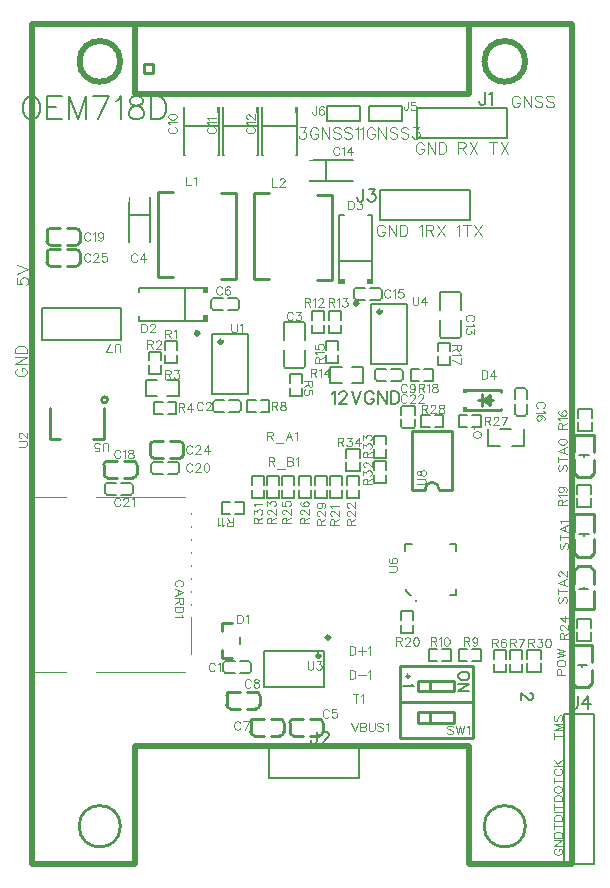
<source format=gto>
G04 Layer: TopSilkscreenLayer*
G04 EasyEDA v6.4.31, 2022-04-07 10:18:28*
G04 166d8731ec0749d1b06731797b2d177b,10*
G04 Gerber Generator version 0.2*
G04 Scale: 100 percent, Rotated: No, Reflected: No *
G04 Dimensions in inches *
G04 leading zeros omitted , absolute positions ,3 integer and 6 decimal *
%FSLAX36Y36*%
%MOIN*%

%ADD10C,0.0100*%
%ADD14C,0.0200*%
%ADD21C,0.0040*%
%ADD63C,0.0080*%
%ADD64C,0.0080*%
%ADD65C,0.0059*%
%ADD66C,0.0060*%
%ADD67C,0.0059*%
%ADD68C,0.0079*%
%ADD69C,0.0080*%
%ADD70C,0.0039*%
%ADD71C,0.0118*%
%ADD72C,0.0030*%

%LPD*%
D21*
X1392299Y-428699D02*
G01*
X1390500Y-425100D01*
X1386800Y-421500D01*
X1383199Y-419600D01*
X1375900Y-419600D01*
X1372299Y-421500D01*
X1368599Y-425100D01*
X1366800Y-428699D01*
X1365000Y-434200D01*
X1365000Y-443299D01*
X1366800Y-448699D01*
X1368599Y-452399D01*
X1372299Y-455999D01*
X1375900Y-457800D01*
X1383199Y-457800D01*
X1386800Y-455999D01*
X1390500Y-452399D01*
X1392299Y-448699D01*
X1392299Y-443299D01*
X1383199Y-443299D02*
G01*
X1392299Y-443299D01*
X1404300Y-419600D02*
G01*
X1404300Y-457800D01*
X1404300Y-419600D02*
G01*
X1429700Y-457800D01*
X1429700Y-419600D02*
G01*
X1429700Y-457800D01*
X1441700Y-419600D02*
G01*
X1441700Y-457800D01*
X1441700Y-419600D02*
G01*
X1454499Y-419600D01*
X1459899Y-421500D01*
X1463500Y-425100D01*
X1465399Y-428699D01*
X1467200Y-434200D01*
X1467200Y-443299D01*
X1465399Y-448699D01*
X1463500Y-452399D01*
X1459899Y-455999D01*
X1454499Y-457800D01*
X1441700Y-457800D01*
X1507200Y-419600D02*
G01*
X1507200Y-457800D01*
X1507200Y-419600D02*
G01*
X1523500Y-419600D01*
X1528999Y-421500D01*
X1530799Y-423299D01*
X1532600Y-426900D01*
X1532600Y-430500D01*
X1530799Y-434200D01*
X1528999Y-435999D01*
X1523500Y-437800D01*
X1507200Y-437800D01*
X1519899Y-437800D02*
G01*
X1532600Y-457800D01*
X1544600Y-419600D02*
G01*
X1570100Y-457800D01*
X1570100Y-419600D02*
G01*
X1544600Y-457800D01*
X1622799Y-419600D02*
G01*
X1622799Y-457800D01*
X1610100Y-419600D02*
G01*
X1635500Y-419600D01*
X1647500Y-419600D02*
G01*
X1673000Y-457800D01*
X1673000Y-419600D02*
G01*
X1647500Y-457800D01*
X1712299Y-273699D02*
G01*
X1710500Y-270100D01*
X1706800Y-266500D01*
X1703199Y-264600D01*
X1695900Y-264600D01*
X1692299Y-266500D01*
X1688599Y-270100D01*
X1686800Y-273699D01*
X1685000Y-279200D01*
X1685000Y-288299D01*
X1686800Y-293699D01*
X1688599Y-297399D01*
X1692299Y-300999D01*
X1695900Y-302800D01*
X1703199Y-302800D01*
X1706800Y-300999D01*
X1710500Y-297399D01*
X1712299Y-293699D01*
X1712299Y-288299D01*
X1703199Y-288299D02*
G01*
X1712299Y-288299D01*
X1724300Y-264600D02*
G01*
X1724300Y-302800D01*
X1724300Y-264600D02*
G01*
X1749700Y-302800D01*
X1749700Y-264600D02*
G01*
X1749700Y-302800D01*
X1787200Y-270100D02*
G01*
X1783500Y-266500D01*
X1778100Y-264600D01*
X1770799Y-264600D01*
X1765399Y-266500D01*
X1761700Y-270100D01*
X1761700Y-273699D01*
X1763500Y-277399D01*
X1765399Y-279200D01*
X1768999Y-280999D01*
X1779899Y-284600D01*
X1783500Y-286500D01*
X1785399Y-288299D01*
X1787200Y-291900D01*
X1787200Y-297399D01*
X1783500Y-300999D01*
X1778100Y-302800D01*
X1770799Y-302800D01*
X1765399Y-300999D01*
X1761700Y-297399D01*
X1824600Y-270100D02*
G01*
X1821000Y-266500D01*
X1815500Y-264600D01*
X1808299Y-264600D01*
X1802799Y-266500D01*
X1799200Y-270100D01*
X1799200Y-273699D01*
X1801000Y-277399D01*
X1802799Y-279200D01*
X1806499Y-280999D01*
X1817399Y-284600D01*
X1821000Y-286500D01*
X1822799Y-288299D01*
X1824600Y-291900D01*
X1824600Y-297399D01*
X1821000Y-300999D01*
X1815500Y-302800D01*
X1808299Y-302800D01*
X1802799Y-300999D01*
X1799200Y-297399D01*
X1262299Y-703699D02*
G01*
X1260500Y-700100D01*
X1256800Y-696500D01*
X1253199Y-694600D01*
X1245900Y-694600D01*
X1242299Y-696500D01*
X1238599Y-700100D01*
X1236800Y-703699D01*
X1235000Y-709200D01*
X1235000Y-718299D01*
X1236800Y-723699D01*
X1238599Y-727399D01*
X1242299Y-730999D01*
X1245900Y-732800D01*
X1253199Y-732800D01*
X1256800Y-730999D01*
X1260500Y-727399D01*
X1262299Y-723699D01*
X1262299Y-718299D01*
X1253199Y-718299D02*
G01*
X1262299Y-718299D01*
X1274300Y-694600D02*
G01*
X1274300Y-732800D01*
X1274300Y-694600D02*
G01*
X1299700Y-732800D01*
X1299700Y-694600D02*
G01*
X1299700Y-732800D01*
X1311700Y-694600D02*
G01*
X1311700Y-732800D01*
X1311700Y-694600D02*
G01*
X1324499Y-694600D01*
X1329899Y-696500D01*
X1333500Y-700100D01*
X1335399Y-703699D01*
X1337200Y-709200D01*
X1337200Y-718299D01*
X1335399Y-723699D01*
X1333500Y-727399D01*
X1329899Y-730999D01*
X1324499Y-732800D01*
X1311700Y-732800D01*
X1377200Y-701900D02*
G01*
X1380799Y-700100D01*
X1386300Y-694600D01*
X1386300Y-732800D01*
X1398299Y-694600D02*
G01*
X1398299Y-732800D01*
X1398299Y-694600D02*
G01*
X1414600Y-694600D01*
X1420100Y-696500D01*
X1421899Y-698299D01*
X1423699Y-701900D01*
X1423699Y-705500D01*
X1421899Y-709200D01*
X1420100Y-710999D01*
X1414600Y-712800D01*
X1398299Y-712800D01*
X1411000Y-712800D02*
G01*
X1423699Y-732800D01*
X1435699Y-694600D02*
G01*
X1461199Y-732800D01*
X1461199Y-694600D02*
G01*
X1435699Y-732800D01*
X1501199Y-701900D02*
G01*
X1504799Y-700100D01*
X1510299Y-694600D01*
X1510299Y-732800D01*
X1535000Y-694600D02*
G01*
X1535000Y-732800D01*
X1522299Y-694600D02*
G01*
X1547700Y-694600D01*
X1559700Y-694600D02*
G01*
X1585200Y-732800D01*
X1585200Y-694600D02*
G01*
X1559700Y-732800D01*
X978599Y-369600D02*
G01*
X998599Y-369600D01*
X987700Y-384200D01*
X993199Y-384200D01*
X996800Y-385999D01*
X998599Y-387800D01*
X1000500Y-393299D01*
X1000500Y-396900D01*
X998599Y-402399D01*
X995000Y-405999D01*
X989499Y-407800D01*
X984099Y-407800D01*
X978599Y-405999D01*
X976800Y-404200D01*
X975000Y-400500D01*
X1039700Y-378699D02*
G01*
X1037899Y-375100D01*
X1034300Y-371500D01*
X1030600Y-369600D01*
X1023400Y-369600D01*
X1019700Y-371500D01*
X1016099Y-375100D01*
X1014300Y-378699D01*
X1012500Y-384200D01*
X1012500Y-393299D01*
X1014300Y-398699D01*
X1016099Y-402399D01*
X1019700Y-405999D01*
X1023400Y-407800D01*
X1030600Y-407800D01*
X1034300Y-405999D01*
X1037899Y-402399D01*
X1039700Y-398699D01*
X1039700Y-393299D01*
X1030600Y-393299D02*
G01*
X1039700Y-393299D01*
X1051700Y-369600D02*
G01*
X1051700Y-407800D01*
X1051700Y-369600D02*
G01*
X1077200Y-407800D01*
X1077200Y-369600D02*
G01*
X1077200Y-407800D01*
X1114600Y-375100D02*
G01*
X1111000Y-371500D01*
X1105500Y-369600D01*
X1098299Y-369600D01*
X1092799Y-371500D01*
X1089200Y-375100D01*
X1089200Y-378699D01*
X1091000Y-382399D01*
X1092799Y-384200D01*
X1096499Y-385999D01*
X1107399Y-389600D01*
X1111000Y-391500D01*
X1112799Y-393299D01*
X1114600Y-396900D01*
X1114600Y-402399D01*
X1111000Y-405999D01*
X1105500Y-407800D01*
X1098299Y-407800D01*
X1092799Y-405999D01*
X1089200Y-402399D01*
X1152100Y-375100D02*
G01*
X1148500Y-371500D01*
X1143000Y-369600D01*
X1135699Y-369600D01*
X1130299Y-371500D01*
X1126599Y-375100D01*
X1126599Y-378699D01*
X1128500Y-382399D01*
X1130299Y-384200D01*
X1133900Y-385999D01*
X1144799Y-389600D01*
X1148500Y-391500D01*
X1150299Y-393299D01*
X1152100Y-396900D01*
X1152100Y-402399D01*
X1148500Y-405999D01*
X1143000Y-407800D01*
X1135699Y-407800D01*
X1130299Y-405999D01*
X1126599Y-402399D01*
X1164099Y-376900D02*
G01*
X1167700Y-375100D01*
X1173199Y-369600D01*
X1173199Y-407800D01*
X1180000Y-376900D02*
G01*
X1183599Y-375100D01*
X1189099Y-369600D01*
X1189099Y-407800D01*
X1228400Y-378699D02*
G01*
X1226499Y-375100D01*
X1222899Y-371500D01*
X1219300Y-369600D01*
X1211999Y-369600D01*
X1208400Y-371500D01*
X1204700Y-375100D01*
X1202899Y-378699D01*
X1201099Y-384200D01*
X1201099Y-393299D01*
X1202899Y-398699D01*
X1204700Y-402399D01*
X1208400Y-405999D01*
X1211999Y-407800D01*
X1219300Y-407800D01*
X1222899Y-405999D01*
X1226499Y-402399D01*
X1228400Y-398699D01*
X1228400Y-393299D01*
X1219300Y-393299D02*
G01*
X1228400Y-393299D01*
X1240399Y-369600D02*
G01*
X1240399Y-407800D01*
X1240399Y-369600D02*
G01*
X1265799Y-407800D01*
X1265799Y-369600D02*
G01*
X1265799Y-407800D01*
X1303299Y-375100D02*
G01*
X1299600Y-371500D01*
X1294200Y-369600D01*
X1286899Y-369600D01*
X1281499Y-371500D01*
X1277799Y-375100D01*
X1277799Y-378699D01*
X1279600Y-382399D01*
X1281499Y-384200D01*
X1285100Y-385999D01*
X1296000Y-389600D01*
X1299600Y-391500D01*
X1301499Y-393299D01*
X1303299Y-396900D01*
X1303299Y-402399D01*
X1299600Y-405999D01*
X1294200Y-407800D01*
X1286899Y-407800D01*
X1281499Y-405999D01*
X1277799Y-402399D01*
X1340699Y-375100D02*
G01*
X1337100Y-371500D01*
X1331599Y-369600D01*
X1324399Y-369600D01*
X1318900Y-371500D01*
X1315299Y-375100D01*
X1315299Y-378699D01*
X1317100Y-382399D01*
X1318900Y-384200D01*
X1322500Y-385999D01*
X1333500Y-389600D01*
X1337100Y-391500D01*
X1338900Y-393299D01*
X1340699Y-396900D01*
X1340699Y-402399D01*
X1337100Y-405999D01*
X1331599Y-407800D01*
X1324399Y-407800D01*
X1318900Y-405999D01*
X1315299Y-402399D01*
X1356400Y-369600D02*
G01*
X1376400Y-369600D01*
X1365500Y-384200D01*
X1370900Y-384200D01*
X1374499Y-385999D01*
X1376400Y-387800D01*
X1378199Y-393299D01*
X1378199Y-396900D01*
X1376400Y-402399D01*
X1372700Y-405999D01*
X1367299Y-407800D01*
X1361800Y-407800D01*
X1356400Y-405999D01*
X1354499Y-404200D01*
X1352700Y-400500D01*
D72*
X1831499Y-2774499D02*
G01*
X1828800Y-2775900D01*
X1826099Y-2778600D01*
X1824700Y-2781399D01*
X1824700Y-2786799D01*
X1826099Y-2789499D01*
X1828800Y-2792300D01*
X1831499Y-2793600D01*
X1835600Y-2795000D01*
X1842500Y-2795000D01*
X1846499Y-2793600D01*
X1849300Y-2792300D01*
X1851999Y-2789499D01*
X1853400Y-2786799D01*
X1853400Y-2781399D01*
X1851999Y-2778600D01*
X1849300Y-2775900D01*
X1846499Y-2774499D01*
X1842500Y-2774499D01*
X1842500Y-2781399D02*
G01*
X1842500Y-2774499D01*
X1824700Y-2765500D02*
G01*
X1853400Y-2765500D01*
X1824700Y-2765500D02*
G01*
X1853400Y-2746500D01*
X1824700Y-2746500D02*
G01*
X1853400Y-2746500D01*
X1824700Y-2737500D02*
G01*
X1853400Y-2737500D01*
X1824700Y-2737500D02*
G01*
X1824700Y-2727899D01*
X1826099Y-2723800D01*
X1828800Y-2721100D01*
X1831499Y-2719699D01*
X1835600Y-2718400D01*
X1842500Y-2718400D01*
X1846499Y-2719699D01*
X1849300Y-2721100D01*
X1851999Y-2723800D01*
X1853400Y-2727899D01*
X1853400Y-2737500D01*
X1824700Y-2699800D02*
G01*
X1853400Y-2699800D01*
X1824700Y-2709400D02*
G01*
X1824700Y-2690300D01*
X1824700Y-2681300D02*
G01*
X1853400Y-2681300D01*
X1824700Y-2681300D02*
G01*
X1824700Y-2671700D01*
X1826099Y-2667600D01*
X1828800Y-2664899D01*
X1831499Y-2663499D01*
X1835600Y-2662199D01*
X1842500Y-2662199D01*
X1846499Y-2663499D01*
X1849300Y-2664899D01*
X1851999Y-2667600D01*
X1853400Y-2671700D01*
X1853400Y-2681300D01*
X1824700Y-2653200D02*
G01*
X1853400Y-2653200D01*
X1824700Y-2634600D02*
G01*
X1853400Y-2634600D01*
X1824700Y-2644200D02*
G01*
X1824700Y-2625100D01*
X1824700Y-2616100D02*
G01*
X1853400Y-2616100D01*
X1824700Y-2616100D02*
G01*
X1824700Y-2606500D01*
X1826099Y-2602500D01*
X1828800Y-2599699D01*
X1831499Y-2598400D01*
X1835600Y-2596999D01*
X1842500Y-2596999D01*
X1846499Y-2598400D01*
X1849300Y-2599699D01*
X1851999Y-2602500D01*
X1853400Y-2606500D01*
X1853400Y-2616100D01*
X1824700Y-2579800D02*
G01*
X1826099Y-2582500D01*
X1828800Y-2585300D01*
X1831499Y-2586599D01*
X1835600Y-2588000D01*
X1842500Y-2588000D01*
X1846499Y-2586599D01*
X1849300Y-2585300D01*
X1851999Y-2582500D01*
X1853400Y-2579800D01*
X1853400Y-2574400D01*
X1851999Y-2571599D01*
X1849300Y-2568899D01*
X1846499Y-2567500D01*
X1842500Y-2566199D01*
X1835600Y-2566199D01*
X1831499Y-2567500D01*
X1828800Y-2568899D01*
X1826099Y-2571599D01*
X1824700Y-2574400D01*
X1824700Y-2579800D01*
X1824700Y-2547600D02*
G01*
X1853400Y-2547600D01*
X1824700Y-2557199D02*
G01*
X1824700Y-2538099D01*
X1831499Y-2508600D02*
G01*
X1828800Y-2510000D01*
X1826099Y-2512700D01*
X1824700Y-2515500D01*
X1824700Y-2520900D01*
X1826099Y-2523600D01*
X1828800Y-2526399D01*
X1831499Y-2527700D01*
X1835600Y-2529099D01*
X1842500Y-2529099D01*
X1846499Y-2527700D01*
X1849300Y-2526399D01*
X1851999Y-2523600D01*
X1853400Y-2520900D01*
X1853400Y-2515500D01*
X1851999Y-2512700D01*
X1849300Y-2510000D01*
X1846499Y-2508600D01*
X1824700Y-2499600D02*
G01*
X1853400Y-2499600D01*
X1824700Y-2480500D02*
G01*
X1843800Y-2499600D01*
X1836999Y-2492800D02*
G01*
X1853400Y-2480500D01*
X1824700Y-2399000D02*
G01*
X1853400Y-2399000D01*
X1824700Y-2408499D02*
G01*
X1824700Y-2389499D01*
X1824700Y-2380500D02*
G01*
X1853400Y-2380500D01*
X1824700Y-2380500D02*
G01*
X1853400Y-2369499D01*
X1824700Y-2358600D02*
G01*
X1853400Y-2369499D01*
X1824700Y-2358600D02*
G01*
X1853400Y-2358600D01*
X1828800Y-2330500D02*
G01*
X1826099Y-2333299D01*
X1824700Y-2337399D01*
X1824700Y-2342800D01*
X1826099Y-2346900D01*
X1828800Y-2349600D01*
X1831499Y-2349600D01*
X1834300Y-2348299D01*
X1835600Y-2346900D01*
X1836999Y-2344200D01*
X1839700Y-2335999D01*
X1841099Y-2333299D01*
X1842500Y-2331900D01*
X1845200Y-2330500D01*
X1849300Y-2330500D01*
X1851999Y-2333299D01*
X1853400Y-2337399D01*
X1853400Y-2342800D01*
X1851999Y-2346900D01*
X1849300Y-2349600D01*
D21*
X34600Y-873200D02*
G01*
X34600Y-891399D01*
X50999Y-893200D01*
X49200Y-891399D01*
X47399Y-885900D01*
X47399Y-880500D01*
X49200Y-875000D01*
X52800Y-871399D01*
X58299Y-869499D01*
X61900Y-869499D01*
X67399Y-871399D01*
X70999Y-875000D01*
X72800Y-880500D01*
X72800Y-885900D01*
X70999Y-891399D01*
X69200Y-893200D01*
X65500Y-895000D01*
X34600Y-857500D02*
G01*
X72800Y-843000D01*
X34600Y-828499D02*
G01*
X72800Y-843000D01*
X38699Y-1172699D02*
G01*
X35100Y-1174499D01*
X31500Y-1178200D01*
X29600Y-1181799D01*
X29600Y-1189099D01*
X31500Y-1192699D01*
X35100Y-1196399D01*
X38699Y-1198200D01*
X44200Y-1200000D01*
X53299Y-1200000D01*
X58699Y-1198200D01*
X62399Y-1196399D01*
X65999Y-1192699D01*
X67800Y-1189099D01*
X67800Y-1181799D01*
X65999Y-1178200D01*
X62399Y-1174499D01*
X58699Y-1172699D01*
X53299Y-1172699D01*
X53299Y-1181799D02*
G01*
X53299Y-1172699D01*
X29600Y-1160700D02*
G01*
X67800Y-1160700D01*
X29600Y-1160700D02*
G01*
X67800Y-1135300D01*
X29600Y-1135300D02*
G01*
X67800Y-1135300D01*
X29600Y-1123299D02*
G01*
X67800Y-1123299D01*
X29600Y-1123299D02*
G01*
X29600Y-1110500D01*
X31500Y-1105100D01*
X35100Y-1101500D01*
X38699Y-1099600D01*
X44200Y-1097800D01*
X53299Y-1097800D01*
X58699Y-1099600D01*
X62399Y-1101500D01*
X65999Y-1105100D01*
X67800Y-1110500D01*
X67800Y-1123299D01*
X1145000Y-2099699D02*
G01*
X1145000Y-2128400D01*
X1145000Y-2099699D02*
G01*
X1154499Y-2099699D01*
X1158599Y-2101100D01*
X1161400Y-2103800D01*
X1162700Y-2106500D01*
X1164099Y-2110599D01*
X1164099Y-2117500D01*
X1162700Y-2121500D01*
X1161400Y-2124299D01*
X1158599Y-2126999D01*
X1154499Y-2128400D01*
X1145000Y-2128400D01*
X1185399Y-2103800D02*
G01*
X1185399Y-2128400D01*
X1173100Y-2116100D02*
G01*
X1197600Y-2116100D01*
X1206599Y-2105200D02*
G01*
X1209399Y-2103800D01*
X1213500Y-2099699D01*
X1213500Y-2128400D01*
X1145000Y-2179699D02*
G01*
X1145000Y-2208400D01*
X1145000Y-2179699D02*
G01*
X1154499Y-2179699D01*
X1158599Y-2181100D01*
X1161400Y-2183800D01*
X1162700Y-2186500D01*
X1164099Y-2190599D01*
X1164099Y-2197500D01*
X1162700Y-2201500D01*
X1161400Y-2204299D01*
X1158599Y-2206999D01*
X1154499Y-2208400D01*
X1145000Y-2208400D01*
X1173100Y-2196100D02*
G01*
X1197600Y-2196100D01*
X1206599Y-2185200D02*
G01*
X1209399Y-2183800D01*
X1213500Y-2179699D01*
X1213500Y-2208400D01*
D66*
X1905500Y-2264600D02*
G01*
X1905500Y-2297300D01*
X1903400Y-2303499D01*
X1901400Y-2305500D01*
X1897299Y-2307500D01*
X1893199Y-2307500D01*
X1889099Y-2305500D01*
X1886999Y-2303499D01*
X1885000Y-2297300D01*
X1885000Y-2293200D01*
X1939399Y-2264600D02*
G01*
X1918999Y-2293200D01*
X1949600Y-2293200D01*
X1939399Y-2264600D02*
G01*
X1939399Y-2307500D01*
X1596300Y-252500D02*
G01*
X1596300Y-285199D01*
X1594200Y-291399D01*
X1592200Y-293400D01*
X1588100Y-295399D01*
X1583999Y-295399D01*
X1579899Y-293400D01*
X1577799Y-291399D01*
X1575799Y-285199D01*
X1575799Y-281100D01*
X1609799Y-260700D02*
G01*
X1613800Y-258600D01*
X1620000Y-252500D01*
X1620000Y-295399D01*
X1035500Y-2384600D02*
G01*
X1035500Y-2417300D01*
X1033400Y-2423499D01*
X1031400Y-2425500D01*
X1027299Y-2427500D01*
X1023199Y-2427500D01*
X1019099Y-2425500D01*
X1016999Y-2423499D01*
X1015000Y-2417300D01*
X1015000Y-2413200D01*
X1051000Y-2394800D02*
G01*
X1051000Y-2392800D01*
X1053000Y-2388699D01*
X1055100Y-2386599D01*
X1059200Y-2384600D01*
X1067399Y-2384600D01*
X1071499Y-2386599D01*
X1073500Y-2388699D01*
X1075500Y-2392800D01*
X1075500Y-2396900D01*
X1073500Y-2400999D01*
X1069399Y-2407100D01*
X1048999Y-2427500D01*
X1077600Y-2427500D01*
X1190500Y-574600D02*
G01*
X1190500Y-607300D01*
X1188400Y-613499D01*
X1186400Y-615500D01*
X1182299Y-617500D01*
X1178199Y-617500D01*
X1174099Y-615500D01*
X1171999Y-613499D01*
X1170000Y-607300D01*
X1170000Y-603200D01*
X1208000Y-574600D02*
G01*
X1230500Y-574600D01*
X1218299Y-590999D01*
X1224399Y-590999D01*
X1228500Y-593000D01*
X1230500Y-595000D01*
X1232600Y-601199D01*
X1232600Y-605300D01*
X1230500Y-611399D01*
X1226499Y-615500D01*
X1220299Y-617500D01*
X1214200Y-617500D01*
X1208000Y-615500D01*
X1206000Y-613499D01*
X1203999Y-609400D01*
D21*
X1274899Y-1851199D02*
G01*
X1295399Y-1851199D01*
X1299399Y-1849800D01*
X1302200Y-1847100D01*
X1303500Y-1843000D01*
X1303500Y-1840300D01*
X1302200Y-1836199D01*
X1299399Y-1833499D01*
X1295399Y-1832100D01*
X1274899Y-1832100D01*
X1278999Y-1806799D02*
G01*
X1276300Y-1808099D01*
X1274899Y-1812199D01*
X1274899Y-1814899D01*
X1276300Y-1819000D01*
X1280399Y-1821799D01*
X1287200Y-1823099D01*
X1293999Y-1823099D01*
X1299399Y-1821799D01*
X1302200Y-1819000D01*
X1303500Y-1814899D01*
X1303500Y-1813600D01*
X1302200Y-1809499D01*
X1299399Y-1806799D01*
X1295399Y-1805399D01*
X1293999Y-1805399D01*
X1289899Y-1806799D01*
X1287200Y-1809499D01*
X1285799Y-1813600D01*
X1285799Y-1814899D01*
X1287200Y-1819000D01*
X1289899Y-1821799D01*
X1293999Y-1823099D01*
X695500Y-2161500D02*
G01*
X694099Y-2158800D01*
X691399Y-2156100D01*
X688600Y-2154699D01*
X683200Y-2154699D01*
X680500Y-2156100D01*
X677699Y-2158800D01*
X676399Y-2161500D01*
X675000Y-2165599D01*
X675000Y-2172500D01*
X676399Y-2176500D01*
X677699Y-2179299D01*
X680500Y-2181999D01*
X683200Y-2183400D01*
X688600Y-2183400D01*
X691399Y-2181999D01*
X694099Y-2179299D01*
X695500Y-2176500D01*
X704499Y-2160200D02*
G01*
X707199Y-2158800D01*
X711300Y-2154699D01*
X711300Y-2183400D01*
X955500Y-991500D02*
G01*
X954099Y-988800D01*
X951400Y-986100D01*
X948599Y-984699D01*
X943199Y-984699D01*
X940500Y-986100D01*
X937700Y-988800D01*
X936400Y-991500D01*
X935000Y-995599D01*
X935000Y-1002500D01*
X936400Y-1006500D01*
X937700Y-1009299D01*
X940500Y-1011999D01*
X943199Y-1013400D01*
X948599Y-1013400D01*
X951400Y-1011999D01*
X954099Y-1009299D01*
X955500Y-1006500D01*
X967200Y-984699D02*
G01*
X982200Y-984699D01*
X973999Y-995599D01*
X978100Y-995599D01*
X980799Y-996999D01*
X982200Y-998400D01*
X983500Y-1002500D01*
X983500Y-1005199D01*
X982200Y-1009299D01*
X979499Y-1011999D01*
X975399Y-1013400D01*
X971300Y-1013400D01*
X967200Y-1011999D01*
X965799Y-1010599D01*
X964499Y-1007899D01*
X436500Y-797399D02*
G01*
X435100Y-794699D01*
X432399Y-791999D01*
X429600Y-790599D01*
X424200Y-790599D01*
X421500Y-791999D01*
X418699Y-794699D01*
X417399Y-797399D01*
X415999Y-801500D01*
X415999Y-808400D01*
X417399Y-812399D01*
X418699Y-815199D01*
X421500Y-817899D01*
X424200Y-819299D01*
X429600Y-819299D01*
X432399Y-817899D01*
X435100Y-815199D01*
X436500Y-812399D01*
X459099Y-790599D02*
G01*
X445500Y-809699D01*
X465900Y-809699D01*
X459099Y-790599D02*
G01*
X459099Y-819299D01*
X1335500Y-1231500D02*
G01*
X1334099Y-1228800D01*
X1331400Y-1226100D01*
X1328599Y-1224699D01*
X1323199Y-1224699D01*
X1320500Y-1226100D01*
X1317700Y-1228800D01*
X1316400Y-1231500D01*
X1315000Y-1235599D01*
X1315000Y-1242500D01*
X1316400Y-1246500D01*
X1317700Y-1249299D01*
X1320500Y-1251999D01*
X1323199Y-1253400D01*
X1328599Y-1253400D01*
X1331400Y-1251999D01*
X1334099Y-1249299D01*
X1335500Y-1246500D01*
X1362200Y-1234299D02*
G01*
X1360799Y-1238400D01*
X1358100Y-1241100D01*
X1353999Y-1242500D01*
X1352600Y-1242500D01*
X1348500Y-1241100D01*
X1345799Y-1238400D01*
X1344499Y-1234299D01*
X1344499Y-1232899D01*
X1345799Y-1228800D01*
X1348500Y-1226100D01*
X1352600Y-1224699D01*
X1353999Y-1224699D01*
X1358100Y-1226100D01*
X1360799Y-1228800D01*
X1362200Y-1234299D01*
X1362200Y-1241100D01*
X1360799Y-1247899D01*
X1358100Y-1251999D01*
X1353999Y-1253400D01*
X1351300Y-1253400D01*
X1347200Y-1251999D01*
X1345799Y-1249299D01*
X1553500Y-1015500D02*
G01*
X1556199Y-1014099D01*
X1558900Y-1011399D01*
X1560299Y-1008600D01*
X1560299Y-1003200D01*
X1558900Y-1000500D01*
X1556199Y-997699D01*
X1553500Y-996399D01*
X1549399Y-995000D01*
X1542500Y-995000D01*
X1538500Y-996399D01*
X1535699Y-997699D01*
X1533000Y-1000500D01*
X1531599Y-1003200D01*
X1531599Y-1008600D01*
X1533000Y-1011399D01*
X1535699Y-1014099D01*
X1538500Y-1015500D01*
X1554799Y-1024499D02*
G01*
X1556199Y-1027199D01*
X1560299Y-1031300D01*
X1531599Y-1031300D01*
X1560299Y-1043000D02*
G01*
X1560299Y-1058000D01*
X1549399Y-1049800D01*
X1549399Y-1053899D01*
X1548000Y-1056599D01*
X1546599Y-1058000D01*
X1542500Y-1059400D01*
X1539799Y-1059400D01*
X1535699Y-1058000D01*
X1533000Y-1055300D01*
X1531599Y-1051199D01*
X1531599Y-1047100D01*
X1533000Y-1043000D01*
X1534399Y-1041599D01*
X1537100Y-1040300D01*
X470000Y-1079699D02*
G01*
X470000Y-1108400D01*
X470000Y-1079699D02*
G01*
X482300Y-1079699D01*
X486399Y-1081100D01*
X487699Y-1082500D01*
X489099Y-1085199D01*
X489099Y-1087899D01*
X487699Y-1090599D01*
X486399Y-1091999D01*
X482300Y-1093400D01*
X470000Y-1093400D01*
X479499Y-1093400D02*
G01*
X489099Y-1108400D01*
X499499Y-1086500D02*
G01*
X499499Y-1085199D01*
X500799Y-1082500D01*
X502199Y-1081100D01*
X504899Y-1079699D01*
X510399Y-1079699D01*
X513099Y-1081100D01*
X514499Y-1082500D01*
X515799Y-1085199D01*
X515799Y-1087899D01*
X514499Y-1090599D01*
X511700Y-1094699D01*
X498099Y-1108400D01*
X517199Y-1108400D01*
X530000Y-1179699D02*
G01*
X530000Y-1208400D01*
X530000Y-1179699D02*
G01*
X542300Y-1179699D01*
X546399Y-1181100D01*
X547699Y-1182500D01*
X549099Y-1185199D01*
X549099Y-1187899D01*
X547699Y-1190599D01*
X546399Y-1191999D01*
X542300Y-1193400D01*
X530000Y-1193400D01*
X539499Y-1193400D02*
G01*
X549099Y-1208400D01*
X560799Y-1179699D02*
G01*
X575799Y-1179699D01*
X567600Y-1190599D01*
X571700Y-1190599D01*
X574499Y-1191999D01*
X575799Y-1193400D01*
X577199Y-1197500D01*
X577199Y-1200199D01*
X575799Y-1204299D01*
X573099Y-1206999D01*
X569000Y-1208400D01*
X564899Y-1208400D01*
X560799Y-1206999D01*
X559499Y-1205599D01*
X558099Y-1202899D01*
X575000Y-1289699D02*
G01*
X575000Y-1318400D01*
X575000Y-1289699D02*
G01*
X587300Y-1289699D01*
X591399Y-1291100D01*
X592699Y-1292500D01*
X594099Y-1295199D01*
X594099Y-1297899D01*
X592699Y-1300599D01*
X591399Y-1301999D01*
X587300Y-1303400D01*
X575000Y-1303400D01*
X584499Y-1303400D02*
G01*
X594099Y-1318400D01*
X616700Y-1289699D02*
G01*
X603099Y-1308800D01*
X623499Y-1308800D01*
X616700Y-1289699D02*
G01*
X616700Y-1318400D01*
X1020299Y-1215000D02*
G01*
X991599Y-1215000D01*
X1020299Y-1215000D02*
G01*
X1020299Y-1227300D01*
X1018900Y-1231399D01*
X1017500Y-1232699D01*
X1014799Y-1234099D01*
X1012100Y-1234099D01*
X1009399Y-1232699D01*
X1008000Y-1231399D01*
X1006599Y-1227300D01*
X1006599Y-1215000D01*
X1006599Y-1224499D02*
G01*
X991599Y-1234099D01*
X1020299Y-1259499D02*
G01*
X1020299Y-1245799D01*
X1008000Y-1244499D01*
X1009399Y-1245799D01*
X1010699Y-1249899D01*
X1010699Y-1254000D01*
X1009399Y-1258099D01*
X1006599Y-1260799D01*
X1002500Y-1262199D01*
X999799Y-1262199D01*
X995699Y-1260799D01*
X993000Y-1258099D01*
X991599Y-1254000D01*
X991599Y-1249899D01*
X993000Y-1245799D01*
X994399Y-1244499D01*
X997100Y-1243099D01*
X885000Y-1284699D02*
G01*
X885000Y-1313400D01*
X885000Y-1284699D02*
G01*
X897299Y-1284699D01*
X901400Y-1286100D01*
X902700Y-1287500D01*
X904099Y-1290199D01*
X904099Y-1292899D01*
X902700Y-1295599D01*
X901400Y-1296999D01*
X897299Y-1298400D01*
X885000Y-1298400D01*
X894499Y-1298400D02*
G01*
X904099Y-1313400D01*
X919899Y-1284699D02*
G01*
X915799Y-1286100D01*
X914499Y-1288800D01*
X914499Y-1291500D01*
X915799Y-1294299D01*
X918500Y-1295599D01*
X923999Y-1296999D01*
X928100Y-1298400D01*
X930799Y-1301100D01*
X932200Y-1303800D01*
X932200Y-1307899D01*
X930799Y-1310599D01*
X929499Y-1311999D01*
X925399Y-1313400D01*
X919899Y-1313400D01*
X915799Y-1311999D01*
X914499Y-1310599D01*
X913100Y-1307899D01*
X913100Y-1303800D01*
X914499Y-1301100D01*
X917200Y-1298400D01*
X921300Y-1296999D01*
X926700Y-1295599D01*
X929499Y-1294299D01*
X930799Y-1291500D01*
X930799Y-1288800D01*
X929499Y-1286100D01*
X925399Y-1284699D01*
X919899Y-1284699D01*
X1134700Y-1695000D02*
G01*
X1163400Y-1695000D01*
X1134700Y-1695000D02*
G01*
X1134700Y-1682699D01*
X1136099Y-1678600D01*
X1137500Y-1677300D01*
X1140200Y-1675900D01*
X1142899Y-1675900D01*
X1145600Y-1677300D01*
X1146999Y-1678600D01*
X1148400Y-1682699D01*
X1148400Y-1695000D01*
X1148400Y-1685500D02*
G01*
X1163400Y-1675900D01*
X1141499Y-1665500D02*
G01*
X1140200Y-1665500D01*
X1137500Y-1664200D01*
X1136099Y-1662800D01*
X1134700Y-1660100D01*
X1134700Y-1654600D01*
X1136099Y-1651900D01*
X1137500Y-1650500D01*
X1140200Y-1649200D01*
X1142899Y-1649200D01*
X1145600Y-1650500D01*
X1149700Y-1653299D01*
X1163400Y-1666900D01*
X1163400Y-1647800D01*
X1141499Y-1637500D02*
G01*
X1140200Y-1637500D01*
X1137500Y-1636100D01*
X1136099Y-1634699D01*
X1134700Y-1631999D01*
X1134700Y-1626500D01*
X1136099Y-1623800D01*
X1137500Y-1622500D01*
X1140200Y-1621100D01*
X1142899Y-1621100D01*
X1145600Y-1622500D01*
X1149700Y-1625199D01*
X1163400Y-1638800D01*
X1163400Y-1619699D01*
X869700Y-1690000D02*
G01*
X898400Y-1690000D01*
X869700Y-1690000D02*
G01*
X869700Y-1677699D01*
X871099Y-1673600D01*
X872500Y-1672300D01*
X875200Y-1670900D01*
X877899Y-1670900D01*
X880600Y-1672300D01*
X881999Y-1673600D01*
X883400Y-1677699D01*
X883400Y-1690000D01*
X883400Y-1680500D02*
G01*
X898400Y-1670900D01*
X876499Y-1660500D02*
G01*
X875200Y-1660500D01*
X872500Y-1659200D01*
X871099Y-1657800D01*
X869700Y-1655100D01*
X869700Y-1649600D01*
X871099Y-1646900D01*
X872500Y-1645500D01*
X875200Y-1644200D01*
X877899Y-1644200D01*
X880600Y-1645500D01*
X884700Y-1648299D01*
X898400Y-1661900D01*
X898400Y-1642800D01*
X869700Y-1631100D02*
G01*
X869700Y-1616100D01*
X880600Y-1624299D01*
X880600Y-1620199D01*
X881999Y-1617500D01*
X883400Y-1616100D01*
X887500Y-1614699D01*
X890200Y-1614699D01*
X894300Y-1616100D01*
X896999Y-1618800D01*
X898400Y-1622899D01*
X898400Y-1626999D01*
X896999Y-1631100D01*
X895600Y-1632500D01*
X892899Y-1633800D01*
X750000Y-1024699D02*
G01*
X750000Y-1045199D01*
X751399Y-1049299D01*
X754099Y-1051999D01*
X758200Y-1053400D01*
X760900Y-1053400D01*
X765000Y-1051999D01*
X767700Y-1049299D01*
X769099Y-1045199D01*
X769099Y-1024699D01*
X778100Y-1030199D02*
G01*
X780799Y-1028800D01*
X784899Y-1024699D01*
X784899Y-1053400D01*
D66*
X1085000Y-1257800D02*
G01*
X1089099Y-1255700D01*
X1095200Y-1249600D01*
X1095200Y-1292500D01*
X1110799Y-1259800D02*
G01*
X1110799Y-1257800D01*
X1112799Y-1253699D01*
X1114899Y-1251599D01*
X1118999Y-1249600D01*
X1127100Y-1249600D01*
X1131199Y-1251599D01*
X1133299Y-1253699D01*
X1135299Y-1257800D01*
X1135299Y-1261900D01*
X1133299Y-1265999D01*
X1129200Y-1272100D01*
X1108699Y-1292500D01*
X1137399Y-1292500D01*
X1150900Y-1249600D02*
G01*
X1167200Y-1292500D01*
X1183599Y-1249600D02*
G01*
X1167200Y-1292500D01*
X1225699Y-1259800D02*
G01*
X1223599Y-1255700D01*
X1219499Y-1251599D01*
X1215500Y-1249600D01*
X1207299Y-1249600D01*
X1203199Y-1251599D01*
X1199099Y-1255700D01*
X1196999Y-1259800D01*
X1195000Y-1265999D01*
X1195000Y-1276199D01*
X1196999Y-1282300D01*
X1199099Y-1286399D01*
X1203199Y-1290500D01*
X1207299Y-1292500D01*
X1215500Y-1292500D01*
X1219499Y-1290500D01*
X1223599Y-1286399D01*
X1225699Y-1282300D01*
X1225699Y-1276199D01*
X1215500Y-1276199D02*
G01*
X1225699Y-1276199D01*
X1239200Y-1249600D02*
G01*
X1239200Y-1292500D01*
X1239200Y-1249600D02*
G01*
X1267799Y-1292500D01*
X1267799Y-1249600D02*
G01*
X1267799Y-1292500D01*
X1281300Y-1249600D02*
G01*
X1281300Y-1292500D01*
X1281300Y-1249600D02*
G01*
X1295600Y-1249600D01*
X1301800Y-1251599D01*
X1305900Y-1255700D01*
X1307899Y-1259800D01*
X1310000Y-1265999D01*
X1310000Y-1276199D01*
X1307899Y-1282300D01*
X1305900Y-1286399D01*
X1301800Y-1290500D01*
X1295600Y-1292500D01*
X1281300Y-1292500D01*
D21*
X655500Y-1291500D02*
G01*
X654099Y-1288800D01*
X651399Y-1286100D01*
X648600Y-1284699D01*
X643200Y-1284699D01*
X640500Y-1286100D01*
X637699Y-1288800D01*
X636399Y-1291500D01*
X635000Y-1295599D01*
X635000Y-1302500D01*
X636399Y-1306500D01*
X637699Y-1309299D01*
X640500Y-1311999D01*
X643200Y-1313400D01*
X648600Y-1313400D01*
X651399Y-1311999D01*
X654099Y-1309299D01*
X655500Y-1306500D01*
X665799Y-1291500D02*
G01*
X665799Y-1290199D01*
X667199Y-1287500D01*
X668499Y-1286100D01*
X671300Y-1284699D01*
X676700Y-1284699D01*
X679499Y-1286100D01*
X680799Y-1287500D01*
X682199Y-1290199D01*
X682199Y-1292899D01*
X680799Y-1295599D01*
X678099Y-1299699D01*
X664499Y-1313400D01*
X683499Y-1313400D01*
X720500Y-906500D02*
G01*
X719099Y-903800D01*
X716399Y-901100D01*
X713600Y-899699D01*
X708200Y-899699D01*
X705500Y-901100D01*
X702699Y-903800D01*
X701399Y-906500D01*
X700000Y-910599D01*
X700000Y-917500D01*
X701399Y-921500D01*
X702699Y-924299D01*
X705500Y-926999D01*
X708200Y-928400D01*
X713600Y-928400D01*
X716399Y-926999D01*
X719099Y-924299D01*
X720500Y-921500D01*
X745799Y-903800D02*
G01*
X744499Y-901100D01*
X740399Y-899699D01*
X737600Y-899699D01*
X733499Y-901100D01*
X730799Y-905199D01*
X729499Y-911999D01*
X729499Y-918800D01*
X730799Y-924299D01*
X733499Y-926999D01*
X737600Y-928400D01*
X739000Y-928400D01*
X743099Y-926999D01*
X745799Y-924299D01*
X747199Y-920199D01*
X747199Y-918800D01*
X745799Y-914699D01*
X743099Y-911999D01*
X739000Y-910599D01*
X737600Y-910599D01*
X733499Y-911999D01*
X730799Y-914699D01*
X729499Y-918800D01*
X1110500Y-441500D02*
G01*
X1109099Y-438800D01*
X1106400Y-436100D01*
X1103599Y-434699D01*
X1098199Y-434699D01*
X1095500Y-436100D01*
X1092700Y-438800D01*
X1091400Y-441500D01*
X1090000Y-445599D01*
X1090000Y-452500D01*
X1091400Y-456500D01*
X1092700Y-459299D01*
X1095500Y-461999D01*
X1098199Y-463400D01*
X1103599Y-463400D01*
X1106400Y-461999D01*
X1109099Y-459299D01*
X1110500Y-456500D01*
X1119499Y-440199D02*
G01*
X1122200Y-438800D01*
X1126300Y-434699D01*
X1126300Y-463400D01*
X1148900Y-434699D02*
G01*
X1135299Y-453800D01*
X1155699Y-453800D01*
X1148900Y-434699D02*
G01*
X1148900Y-463400D01*
X1280500Y-916500D02*
G01*
X1279099Y-913800D01*
X1276400Y-911100D01*
X1273599Y-909699D01*
X1268199Y-909699D01*
X1265500Y-911100D01*
X1262700Y-913800D01*
X1261400Y-916500D01*
X1260000Y-920599D01*
X1260000Y-927500D01*
X1261400Y-931500D01*
X1262700Y-934299D01*
X1265500Y-936999D01*
X1268199Y-938400D01*
X1273599Y-938400D01*
X1276400Y-936999D01*
X1279099Y-934299D01*
X1280500Y-931500D01*
X1289499Y-915199D02*
G01*
X1292200Y-913800D01*
X1296300Y-909699D01*
X1296300Y-938400D01*
X1321599Y-909699D02*
G01*
X1308000Y-909699D01*
X1306599Y-921999D01*
X1308000Y-920599D01*
X1312100Y-919299D01*
X1316199Y-919299D01*
X1320299Y-920599D01*
X1323000Y-923400D01*
X1324399Y-927500D01*
X1324399Y-930199D01*
X1323000Y-934299D01*
X1320299Y-936999D01*
X1316199Y-938400D01*
X1312100Y-938400D01*
X1308000Y-936999D01*
X1306599Y-935599D01*
X1305299Y-932899D01*
X620500Y-1496500D02*
G01*
X619099Y-1493800D01*
X616399Y-1491100D01*
X613600Y-1489699D01*
X608200Y-1489699D01*
X605500Y-1491100D01*
X602699Y-1493800D01*
X601399Y-1496500D01*
X600000Y-1500599D01*
X600000Y-1507500D01*
X601399Y-1511500D01*
X602699Y-1514299D01*
X605500Y-1516999D01*
X608200Y-1518400D01*
X613600Y-1518400D01*
X616399Y-1516999D01*
X619099Y-1514299D01*
X620500Y-1511500D01*
X630799Y-1496500D02*
G01*
X630799Y-1495199D01*
X632199Y-1492500D01*
X633499Y-1491100D01*
X636300Y-1489699D01*
X641700Y-1489699D01*
X644499Y-1491100D01*
X645799Y-1492500D01*
X647199Y-1495199D01*
X647199Y-1497899D01*
X645799Y-1500599D01*
X643099Y-1504699D01*
X629499Y-1518400D01*
X648499Y-1518400D01*
X665700Y-1489699D02*
G01*
X661599Y-1491100D01*
X658899Y-1495199D01*
X657500Y-1501999D01*
X657500Y-1506100D01*
X658899Y-1512899D01*
X661599Y-1516999D01*
X665700Y-1518400D01*
X668499Y-1518400D01*
X672500Y-1516999D01*
X675300Y-1512899D01*
X676599Y-1506100D01*
X676599Y-1501999D01*
X675300Y-1495199D01*
X672500Y-1491100D01*
X668499Y-1489699D01*
X665700Y-1489699D01*
X380500Y-1611500D02*
G01*
X379099Y-1608800D01*
X376399Y-1606100D01*
X373600Y-1604699D01*
X368200Y-1604699D01*
X365500Y-1606100D01*
X362699Y-1608800D01*
X361399Y-1611500D01*
X360000Y-1615599D01*
X360000Y-1622500D01*
X361399Y-1626500D01*
X362699Y-1629299D01*
X365500Y-1631999D01*
X368200Y-1633400D01*
X373600Y-1633400D01*
X376399Y-1631999D01*
X379099Y-1629299D01*
X380500Y-1626500D01*
X390799Y-1611500D02*
G01*
X390799Y-1610199D01*
X392199Y-1607500D01*
X393499Y-1606100D01*
X396300Y-1604699D01*
X401700Y-1604699D01*
X404499Y-1606100D01*
X405799Y-1607500D01*
X407199Y-1610199D01*
X407199Y-1612899D01*
X405799Y-1615599D01*
X403099Y-1619699D01*
X389499Y-1633400D01*
X408499Y-1633400D01*
X417500Y-1610199D02*
G01*
X420300Y-1608800D01*
X424400Y-1604699D01*
X424400Y-1633400D01*
X450000Y-1024699D02*
G01*
X450000Y-1053400D01*
X450000Y-1024699D02*
G01*
X459499Y-1024699D01*
X463600Y-1026100D01*
X466399Y-1028800D01*
X467699Y-1031500D01*
X469099Y-1035599D01*
X469099Y-1042500D01*
X467699Y-1046500D01*
X466399Y-1049299D01*
X463600Y-1051999D01*
X459499Y-1053400D01*
X450000Y-1053400D01*
X479499Y-1031500D02*
G01*
X479499Y-1030199D01*
X480799Y-1027500D01*
X482199Y-1026100D01*
X484899Y-1024699D01*
X490399Y-1024699D01*
X493099Y-1026100D01*
X494499Y-1027500D01*
X495799Y-1030199D01*
X495799Y-1032899D01*
X494499Y-1035599D01*
X491700Y-1039699D01*
X478099Y-1053400D01*
X497199Y-1053400D01*
X1140000Y-614699D02*
G01*
X1140000Y-643400D01*
X1140000Y-614699D02*
G01*
X1149499Y-614699D01*
X1153599Y-616100D01*
X1156400Y-618800D01*
X1157700Y-621500D01*
X1159099Y-625599D01*
X1159099Y-632500D01*
X1157700Y-636500D01*
X1156400Y-639299D01*
X1153599Y-641999D01*
X1149499Y-643400D01*
X1140000Y-643400D01*
X1170799Y-614699D02*
G01*
X1185799Y-614699D01*
X1177600Y-625599D01*
X1181700Y-625599D01*
X1184499Y-626999D01*
X1185799Y-628400D01*
X1187200Y-632500D01*
X1187200Y-635199D01*
X1185799Y-639299D01*
X1183100Y-641999D01*
X1178999Y-643400D01*
X1174899Y-643400D01*
X1170799Y-641999D01*
X1169499Y-640599D01*
X1168100Y-637899D01*
X1338599Y-284699D02*
G01*
X1338599Y-306500D01*
X1337299Y-310599D01*
X1335900Y-311999D01*
X1333199Y-313400D01*
X1330500Y-313400D01*
X1327700Y-311999D01*
X1326400Y-310599D01*
X1325000Y-306500D01*
X1325000Y-303800D01*
X1363999Y-284699D02*
G01*
X1350399Y-284699D01*
X1348999Y-296999D01*
X1350399Y-295599D01*
X1354499Y-294299D01*
X1358500Y-294299D01*
X1362600Y-295599D01*
X1365399Y-298400D01*
X1366700Y-302500D01*
X1366700Y-305199D01*
X1365399Y-309299D01*
X1362600Y-311999D01*
X1358500Y-313400D01*
X1354499Y-313400D01*
X1350399Y-311999D01*
X1348999Y-310599D01*
X1347600Y-307899D01*
X1033599Y-299699D02*
G01*
X1033599Y-321500D01*
X1032299Y-325599D01*
X1030900Y-326999D01*
X1028199Y-328400D01*
X1025500Y-328400D01*
X1022700Y-326999D01*
X1021400Y-325599D01*
X1020000Y-321500D01*
X1020000Y-318800D01*
X1058999Y-303800D02*
G01*
X1057600Y-301100D01*
X1053500Y-299699D01*
X1050799Y-299699D01*
X1046700Y-301100D01*
X1043999Y-305199D01*
X1042600Y-311999D01*
X1042600Y-318800D01*
X1043999Y-324299D01*
X1046700Y-326999D01*
X1050799Y-328400D01*
X1052200Y-328400D01*
X1056300Y-326999D01*
X1058999Y-324299D01*
X1060399Y-320199D01*
X1060399Y-318800D01*
X1058999Y-314699D01*
X1056300Y-311999D01*
X1052200Y-310599D01*
X1050799Y-310599D01*
X1046700Y-311999D01*
X1043999Y-314699D01*
X1042600Y-318800D01*
X599960Y-534699D02*
G01*
X599960Y-563400D01*
X599960Y-563400D02*
G01*
X616359Y-563400D01*
X625360Y-540199D02*
G01*
X628060Y-538800D01*
X632159Y-534699D01*
X632159Y-563400D01*
X885039Y-539699D02*
G01*
X885039Y-568400D01*
X885039Y-568400D02*
G01*
X901340Y-568400D01*
X911739Y-546500D02*
G01*
X911739Y-545199D01*
X913140Y-542500D01*
X914440Y-541100D01*
X917139Y-539699D01*
X922640Y-539699D01*
X925339Y-541100D01*
X926739Y-542500D01*
X928140Y-545199D01*
X928140Y-547899D01*
X926739Y-550599D01*
X924040Y-554699D01*
X910339Y-568400D01*
X929440Y-568400D01*
X1554700Y-1396799D02*
G01*
X1556099Y-1399499D01*
X1558800Y-1402300D01*
X1561499Y-1403600D01*
X1565600Y-1405000D01*
X1572500Y-1405000D01*
X1576499Y-1403600D01*
X1579300Y-1402300D01*
X1581999Y-1399499D01*
X1583400Y-1396799D01*
X1583400Y-1391399D01*
X1581999Y-1388600D01*
X1579300Y-1385900D01*
X1576499Y-1384499D01*
X1572500Y-1383200D01*
X1565600Y-1383200D01*
X1561499Y-1384499D01*
X1558800Y-1385900D01*
X1556099Y-1388600D01*
X1554700Y-1391399D01*
X1554700Y-1396799D01*
X1577899Y-1392699D02*
G01*
X1586099Y-1384499D01*
X1560200Y-1374200D02*
G01*
X1558800Y-1371500D01*
X1554700Y-1367399D01*
X1583400Y-1367399D01*
X530000Y-1044699D02*
G01*
X530000Y-1073400D01*
X530000Y-1044699D02*
G01*
X542300Y-1044699D01*
X546399Y-1046100D01*
X547699Y-1047500D01*
X549099Y-1050199D01*
X549099Y-1052899D01*
X547699Y-1055599D01*
X546399Y-1056999D01*
X542300Y-1058400D01*
X530000Y-1058400D01*
X539499Y-1058400D02*
G01*
X549099Y-1073400D01*
X558099Y-1050199D02*
G01*
X560799Y-1048800D01*
X564899Y-1044699D01*
X564899Y-1073400D01*
X755000Y-1700300D02*
G01*
X755000Y-1671599D01*
X755000Y-1700300D02*
G01*
X742699Y-1700300D01*
X738600Y-1698899D01*
X737300Y-1697500D01*
X735900Y-1694800D01*
X735900Y-1692100D01*
X737300Y-1689400D01*
X738600Y-1688000D01*
X742699Y-1686599D01*
X755000Y-1686599D01*
X745500Y-1686599D02*
G01*
X735900Y-1671599D01*
X726900Y-1694800D02*
G01*
X724200Y-1696199D01*
X720100Y-1700300D01*
X720100Y-1671599D01*
X711100Y-1694800D02*
G01*
X708400Y-1696199D01*
X704299Y-1700300D01*
X704299Y-1671599D01*
X995000Y-939699D02*
G01*
X995000Y-968400D01*
X995000Y-939699D02*
G01*
X1007299Y-939699D01*
X1011400Y-941100D01*
X1012700Y-942500D01*
X1014099Y-945199D01*
X1014099Y-947899D01*
X1012700Y-950599D01*
X1011400Y-951999D01*
X1007299Y-953400D01*
X995000Y-953400D01*
X1004499Y-953400D02*
G01*
X1014099Y-968400D01*
X1023100Y-945199D02*
G01*
X1025799Y-943800D01*
X1029899Y-939699D01*
X1029899Y-968400D01*
X1040299Y-946500D02*
G01*
X1040299Y-945199D01*
X1041599Y-942500D01*
X1043000Y-941100D01*
X1045699Y-939699D01*
X1051199Y-939699D01*
X1053900Y-941100D01*
X1055299Y-942500D01*
X1056599Y-945199D01*
X1056599Y-947899D01*
X1055299Y-950599D01*
X1052500Y-954699D01*
X1038900Y-968400D01*
X1058000Y-968400D01*
X1075000Y-939699D02*
G01*
X1075000Y-968400D01*
X1075000Y-939699D02*
G01*
X1087299Y-939699D01*
X1091400Y-941100D01*
X1092700Y-942500D01*
X1094099Y-945199D01*
X1094099Y-947899D01*
X1092700Y-950599D01*
X1091400Y-951999D01*
X1087299Y-953400D01*
X1075000Y-953400D01*
X1084499Y-953400D02*
G01*
X1094099Y-968400D01*
X1103100Y-945199D02*
G01*
X1105799Y-943800D01*
X1109899Y-939699D01*
X1109899Y-968400D01*
X1121599Y-939699D02*
G01*
X1136599Y-939699D01*
X1128500Y-950599D01*
X1132500Y-950599D01*
X1135299Y-951999D01*
X1136599Y-953400D01*
X1138000Y-957500D01*
X1138000Y-960199D01*
X1136599Y-964299D01*
X1133900Y-966999D01*
X1129799Y-968400D01*
X1125699Y-968400D01*
X1121599Y-966999D01*
X1120299Y-965599D01*
X1118900Y-962899D01*
X1015000Y-1174699D02*
G01*
X1015000Y-1203400D01*
X1015000Y-1174699D02*
G01*
X1027299Y-1174699D01*
X1031400Y-1176100D01*
X1032700Y-1177500D01*
X1034099Y-1180199D01*
X1034099Y-1182899D01*
X1032700Y-1185599D01*
X1031400Y-1186999D01*
X1027299Y-1188400D01*
X1015000Y-1188400D01*
X1024499Y-1188400D02*
G01*
X1034099Y-1203400D01*
X1043100Y-1180199D02*
G01*
X1045799Y-1178800D01*
X1049899Y-1174699D01*
X1049899Y-1203400D01*
X1072500Y-1174699D02*
G01*
X1058900Y-1193800D01*
X1079399Y-1193800D01*
X1072500Y-1174699D02*
G01*
X1072500Y-1203400D01*
X1029700Y-1155000D02*
G01*
X1058400Y-1155000D01*
X1029700Y-1155000D02*
G01*
X1029700Y-1142699D01*
X1031099Y-1138600D01*
X1032500Y-1137300D01*
X1035200Y-1135900D01*
X1037899Y-1135900D01*
X1040600Y-1137300D01*
X1041999Y-1138600D01*
X1043400Y-1142699D01*
X1043400Y-1155000D01*
X1043400Y-1145500D02*
G01*
X1058400Y-1135900D01*
X1035200Y-1126900D02*
G01*
X1033800Y-1124200D01*
X1029700Y-1120100D01*
X1058400Y-1120100D01*
X1029700Y-1094699D02*
G01*
X1029700Y-1108400D01*
X1041999Y-1109699D01*
X1040600Y-1108400D01*
X1039300Y-1104299D01*
X1039300Y-1100199D01*
X1040600Y-1096100D01*
X1043400Y-1093400D01*
X1047500Y-1091999D01*
X1050200Y-1091999D01*
X1054300Y-1093400D01*
X1056999Y-1096100D01*
X1058400Y-1100199D01*
X1058400Y-1104299D01*
X1056999Y-1108400D01*
X1055600Y-1109699D01*
X1052899Y-1111100D01*
X1515299Y-1095000D02*
G01*
X1486599Y-1095000D01*
X1515299Y-1095000D02*
G01*
X1515299Y-1107300D01*
X1513900Y-1111399D01*
X1512500Y-1112699D01*
X1509799Y-1114099D01*
X1507100Y-1114099D01*
X1504399Y-1112699D01*
X1503000Y-1111399D01*
X1501599Y-1107300D01*
X1501599Y-1095000D01*
X1501599Y-1104499D02*
G01*
X1486599Y-1114099D01*
X1509799Y-1123099D02*
G01*
X1511199Y-1125799D01*
X1515299Y-1129899D01*
X1486599Y-1129899D01*
X1515299Y-1158000D02*
G01*
X1486599Y-1144400D01*
X1515299Y-1138899D02*
G01*
X1515299Y-1158000D01*
X1375000Y-1224699D02*
G01*
X1375000Y-1253400D01*
X1375000Y-1224699D02*
G01*
X1387299Y-1224699D01*
X1391400Y-1226100D01*
X1392700Y-1227500D01*
X1394099Y-1230199D01*
X1394099Y-1232899D01*
X1392700Y-1235599D01*
X1391400Y-1236999D01*
X1387299Y-1238400D01*
X1375000Y-1238400D01*
X1384499Y-1238400D02*
G01*
X1394099Y-1253400D01*
X1403100Y-1230199D02*
G01*
X1405799Y-1228800D01*
X1409899Y-1224699D01*
X1409899Y-1253400D01*
X1425699Y-1224699D02*
G01*
X1421599Y-1226100D01*
X1420299Y-1228800D01*
X1420299Y-1231500D01*
X1421599Y-1234299D01*
X1424399Y-1235599D01*
X1429799Y-1236999D01*
X1433900Y-1238400D01*
X1436599Y-1241100D01*
X1438000Y-1243800D01*
X1438000Y-1247899D01*
X1436599Y-1250599D01*
X1435299Y-1251999D01*
X1431199Y-1253400D01*
X1425699Y-1253400D01*
X1421599Y-1251999D01*
X1420299Y-1250599D01*
X1418900Y-1247899D01*
X1418900Y-1243800D01*
X1420299Y-1241100D01*
X1423000Y-1238400D01*
X1427100Y-1236999D01*
X1432500Y-1235599D01*
X1435299Y-1234299D01*
X1436599Y-1231500D01*
X1436599Y-1228800D01*
X1435299Y-1226100D01*
X1431199Y-1224699D01*
X1425699Y-1224699D01*
X1300000Y-2069699D02*
G01*
X1300000Y-2098400D01*
X1300000Y-2069699D02*
G01*
X1312299Y-2069699D01*
X1316400Y-2071100D01*
X1317700Y-2072500D01*
X1319099Y-2075199D01*
X1319099Y-2077899D01*
X1317700Y-2080599D01*
X1316400Y-2081999D01*
X1312299Y-2083400D01*
X1300000Y-2083400D01*
X1309499Y-2083400D02*
G01*
X1319099Y-2098400D01*
X1329499Y-2076500D02*
G01*
X1329499Y-2075199D01*
X1330799Y-2072500D01*
X1332200Y-2071100D01*
X1334899Y-2069699D01*
X1340399Y-2069699D01*
X1343100Y-2071100D01*
X1344499Y-2072500D01*
X1345799Y-2075199D01*
X1345799Y-2077899D01*
X1344499Y-2080599D01*
X1341700Y-2084699D01*
X1328100Y-2098400D01*
X1347200Y-2098400D01*
X1364399Y-2069699D02*
G01*
X1360299Y-2071100D01*
X1357500Y-2075199D01*
X1356199Y-2081999D01*
X1356199Y-2086100D01*
X1357500Y-2092899D01*
X1360299Y-2096999D01*
X1364399Y-2098400D01*
X1367100Y-2098400D01*
X1371199Y-2096999D01*
X1373900Y-2092899D01*
X1375299Y-2086100D01*
X1375299Y-2081999D01*
X1373900Y-2075199D01*
X1371199Y-2071100D01*
X1367100Y-2069699D01*
X1364399Y-2069699D01*
X1079700Y-1695000D02*
G01*
X1108400Y-1695000D01*
X1079700Y-1695000D02*
G01*
X1079700Y-1682699D01*
X1081099Y-1678600D01*
X1082500Y-1677300D01*
X1085200Y-1675900D01*
X1087899Y-1675900D01*
X1090600Y-1677300D01*
X1091999Y-1678600D01*
X1093400Y-1682699D01*
X1093400Y-1695000D01*
X1093400Y-1685500D02*
G01*
X1108400Y-1675900D01*
X1086499Y-1665500D02*
G01*
X1085200Y-1665500D01*
X1082500Y-1664200D01*
X1081099Y-1662800D01*
X1079700Y-1660100D01*
X1079700Y-1654600D01*
X1081099Y-1651900D01*
X1082500Y-1650500D01*
X1085200Y-1649200D01*
X1087899Y-1649200D01*
X1090600Y-1650500D01*
X1094700Y-1653299D01*
X1108400Y-1666900D01*
X1108400Y-1647800D01*
X1085200Y-1638800D02*
G01*
X1083800Y-1636100D01*
X1079700Y-1631999D01*
X1108400Y-1631999D01*
X919700Y-1690000D02*
G01*
X948400Y-1690000D01*
X919700Y-1690000D02*
G01*
X919700Y-1677699D01*
X921099Y-1673600D01*
X922500Y-1672300D01*
X925200Y-1670900D01*
X927899Y-1670900D01*
X930600Y-1672300D01*
X931999Y-1673600D01*
X933400Y-1677699D01*
X933400Y-1690000D01*
X933400Y-1680500D02*
G01*
X948400Y-1670900D01*
X926499Y-1660500D02*
G01*
X925200Y-1660500D01*
X922500Y-1659200D01*
X921099Y-1657800D01*
X919700Y-1655100D01*
X919700Y-1649600D01*
X921099Y-1646900D01*
X922500Y-1645500D01*
X925200Y-1644200D01*
X927899Y-1644200D01*
X930600Y-1645500D01*
X934700Y-1648299D01*
X948400Y-1661900D01*
X948400Y-1642800D01*
X919700Y-1617500D02*
G01*
X919700Y-1631100D01*
X931999Y-1632500D01*
X930600Y-1631100D01*
X929300Y-1626999D01*
X929300Y-1622899D01*
X930600Y-1618800D01*
X933400Y-1616100D01*
X937500Y-1614699D01*
X940200Y-1614699D01*
X944300Y-1616100D01*
X946999Y-1618800D01*
X948400Y-1622899D01*
X948400Y-1626999D01*
X946999Y-1631100D01*
X945600Y-1632500D01*
X942899Y-1633800D01*
X979700Y-1690000D02*
G01*
X1008400Y-1690000D01*
X979700Y-1690000D02*
G01*
X979700Y-1677699D01*
X981099Y-1673600D01*
X982500Y-1672300D01*
X985200Y-1670900D01*
X987899Y-1670900D01*
X990600Y-1672300D01*
X991999Y-1673600D01*
X993400Y-1677699D01*
X993400Y-1690000D01*
X993400Y-1680500D02*
G01*
X1008400Y-1670900D01*
X986499Y-1660500D02*
G01*
X985200Y-1660500D01*
X982500Y-1659200D01*
X981099Y-1657800D01*
X979700Y-1655100D01*
X979700Y-1649600D01*
X981099Y-1646900D01*
X982500Y-1645500D01*
X985200Y-1644200D01*
X987899Y-1644200D01*
X990600Y-1645500D01*
X994700Y-1648299D01*
X1008400Y-1661900D01*
X1008400Y-1642800D01*
X983800Y-1617500D02*
G01*
X981099Y-1618800D01*
X979700Y-1622899D01*
X979700Y-1625599D01*
X981099Y-1629699D01*
X985200Y-1632500D01*
X991999Y-1633800D01*
X998800Y-1633800D01*
X1004300Y-1632500D01*
X1006999Y-1629699D01*
X1008400Y-1625599D01*
X1008400Y-1624299D01*
X1006999Y-1620199D01*
X1004300Y-1617500D01*
X1000200Y-1616100D01*
X998800Y-1616100D01*
X994700Y-1617500D01*
X991999Y-1620199D01*
X990600Y-1624299D01*
X990600Y-1625599D01*
X991999Y-1629699D01*
X994700Y-1632500D01*
X998800Y-1633800D01*
X1034700Y-1695000D02*
G01*
X1063400Y-1695000D01*
X1034700Y-1695000D02*
G01*
X1034700Y-1682699D01*
X1036099Y-1678600D01*
X1037500Y-1677300D01*
X1040200Y-1675900D01*
X1042899Y-1675900D01*
X1045600Y-1677300D01*
X1046999Y-1678600D01*
X1048400Y-1682699D01*
X1048400Y-1695000D01*
X1048400Y-1685500D02*
G01*
X1063400Y-1675900D01*
X1041499Y-1665500D02*
G01*
X1040200Y-1665500D01*
X1037500Y-1664200D01*
X1036099Y-1662800D01*
X1034700Y-1660100D01*
X1034700Y-1654600D01*
X1036099Y-1651900D01*
X1037500Y-1650500D01*
X1040200Y-1649200D01*
X1042899Y-1649200D01*
X1045600Y-1650500D01*
X1049700Y-1653299D01*
X1063400Y-1666900D01*
X1063400Y-1647800D01*
X1044300Y-1621100D02*
G01*
X1048400Y-1622500D01*
X1051099Y-1625199D01*
X1052500Y-1629299D01*
X1052500Y-1630599D01*
X1051099Y-1634699D01*
X1048400Y-1637500D01*
X1044300Y-1638800D01*
X1042899Y-1638800D01*
X1038800Y-1637500D01*
X1036099Y-1634699D01*
X1034700Y-1630599D01*
X1034700Y-1629299D01*
X1036099Y-1625199D01*
X1038800Y-1622500D01*
X1044300Y-1621100D01*
X1051099Y-1621100D01*
X1057899Y-1622500D01*
X1061999Y-1625199D01*
X1063400Y-1629299D01*
X1063400Y-1631999D01*
X1061999Y-1636100D01*
X1059300Y-1637500D01*
X1739960Y-2074710D02*
G01*
X1739960Y-2103409D01*
X1739960Y-2074710D02*
G01*
X1752259Y-2074710D01*
X1756360Y-2076109D01*
X1757759Y-2077409D01*
X1759059Y-2080210D01*
X1759059Y-2082910D01*
X1757759Y-2085610D01*
X1756360Y-2087010D01*
X1752259Y-2088409D01*
X1739960Y-2088409D01*
X1749560Y-2088409D02*
G01*
X1759059Y-2103409D01*
X1770860Y-2074710D02*
G01*
X1785860Y-2074710D01*
X1777659Y-2085610D01*
X1781760Y-2085610D01*
X1784459Y-2087010D01*
X1785860Y-2088409D01*
X1787160Y-2092409D01*
X1787160Y-2095210D01*
X1785860Y-2099310D01*
X1783059Y-2102010D01*
X1778959Y-2103409D01*
X1774859Y-2103409D01*
X1770860Y-2102010D01*
X1769459Y-2100610D01*
X1768059Y-2097910D01*
X1804359Y-2074710D02*
G01*
X1800259Y-2076109D01*
X1797560Y-2080210D01*
X1796159Y-2087010D01*
X1796159Y-2091109D01*
X1797560Y-2097910D01*
X1800259Y-2102010D01*
X1804359Y-2103409D01*
X1807060Y-2103409D01*
X1811159Y-2102010D01*
X1813860Y-2097910D01*
X1815259Y-2091109D01*
X1815259Y-2087010D01*
X1813860Y-2080210D01*
X1811159Y-2076109D01*
X1807060Y-2074710D01*
X1804359Y-2074710D01*
X824700Y-1690000D02*
G01*
X853400Y-1690000D01*
X824700Y-1690000D02*
G01*
X824700Y-1677699D01*
X826099Y-1673600D01*
X827500Y-1672300D01*
X830200Y-1670900D01*
X832899Y-1670900D01*
X835600Y-1672300D01*
X836999Y-1673600D01*
X838400Y-1677699D01*
X838400Y-1690000D01*
X838400Y-1680500D02*
G01*
X853400Y-1670900D01*
X824700Y-1659200D02*
G01*
X824700Y-1644200D01*
X835600Y-1652399D01*
X835600Y-1648299D01*
X836999Y-1645500D01*
X838400Y-1644200D01*
X842500Y-1642800D01*
X845200Y-1642800D01*
X849300Y-1644200D01*
X851999Y-1646900D01*
X853400Y-1650999D01*
X853400Y-1655100D01*
X851999Y-1659200D01*
X850600Y-1660500D01*
X847899Y-1661900D01*
X830200Y-1633800D02*
G01*
X828800Y-1631100D01*
X824700Y-1626999D01*
X853400Y-1626999D01*
X1489099Y-2368850D02*
G01*
X1486400Y-2366050D01*
X1482299Y-2364749D01*
X1476800Y-2364749D01*
X1472700Y-2366050D01*
X1470000Y-2368850D01*
X1470000Y-2371550D01*
X1471400Y-2374250D01*
X1472700Y-2375650D01*
X1475500Y-2377049D01*
X1483599Y-2379749D01*
X1486400Y-2381050D01*
X1487700Y-2382449D01*
X1489099Y-2385149D01*
X1489099Y-2389250D01*
X1486400Y-2392049D01*
X1482299Y-2393350D01*
X1476800Y-2393350D01*
X1472700Y-2392049D01*
X1470000Y-2389250D01*
X1498100Y-2364749D02*
G01*
X1504899Y-2393350D01*
X1511700Y-2364749D02*
G01*
X1504899Y-2393350D01*
X1511700Y-2364749D02*
G01*
X1518500Y-2393350D01*
X1525399Y-2364749D02*
G01*
X1518500Y-2393350D01*
X1534399Y-2370149D02*
G01*
X1537100Y-2368850D01*
X1541199Y-2364749D01*
X1541199Y-2393350D01*
D63*
X1351454Y-2225000D02*
G01*
X1353254Y-2228600D01*
X1358554Y-2233899D01*
X1320955Y-2233899D01*
X1745805Y-2256799D02*
G01*
X1747605Y-2256799D01*
X1751104Y-2258600D01*
X1752905Y-2260399D01*
X1754705Y-2263899D01*
X1754705Y-2271100D01*
X1752905Y-2274699D01*
X1751104Y-2276500D01*
X1747605Y-2278299D01*
X1744004Y-2278299D01*
X1740405Y-2276500D01*
X1735005Y-2272899D01*
X1717105Y-2255000D01*
X1717105Y-2280100D01*
X1543554Y-2195700D02*
G01*
X1541755Y-2192199D01*
X1538254Y-2188600D01*
X1534655Y-2186799D01*
X1529255Y-2185000D01*
X1520354Y-2185000D01*
X1514955Y-2186799D01*
X1511355Y-2188600D01*
X1507754Y-2192199D01*
X1505955Y-2195700D01*
X1505955Y-2202899D01*
X1507754Y-2206500D01*
X1511355Y-2210100D01*
X1514955Y-2211799D01*
X1520354Y-2213600D01*
X1529255Y-2213600D01*
X1534655Y-2211799D01*
X1538254Y-2210100D01*
X1541755Y-2206500D01*
X1543554Y-2202899D01*
X1543554Y-2195700D01*
X1543554Y-2225399D02*
G01*
X1505955Y-2225399D01*
X1543554Y-2225399D02*
G01*
X1505955Y-2250500D01*
X1543554Y-2250500D02*
G01*
X1505955Y-2250500D01*
D21*
X1355000Y-934699D02*
G01*
X1355000Y-955199D01*
X1356400Y-959299D01*
X1359099Y-961999D01*
X1363199Y-963400D01*
X1365900Y-963400D01*
X1370000Y-961999D01*
X1372700Y-959299D01*
X1374099Y-955199D01*
X1374099Y-934699D01*
X1396700Y-934699D02*
G01*
X1383100Y-953800D01*
X1403500Y-953800D01*
X1396700Y-934699D02*
G01*
X1396700Y-963400D01*
X340000Y-1450300D02*
G01*
X340000Y-1429800D01*
X338600Y-1425700D01*
X335900Y-1423000D01*
X331799Y-1421599D01*
X329099Y-1421599D01*
X325000Y-1423000D01*
X322300Y-1425700D01*
X320900Y-1429800D01*
X320900Y-1450300D01*
X295500Y-1450300D02*
G01*
X309200Y-1450300D01*
X310500Y-1438000D01*
X309200Y-1439400D01*
X305100Y-1440700D01*
X300999Y-1440700D01*
X296900Y-1439400D01*
X294200Y-1436599D01*
X292800Y-1432500D01*
X292800Y-1429800D01*
X294200Y-1425700D01*
X296900Y-1423000D01*
X300999Y-1421599D01*
X305100Y-1421599D01*
X309200Y-1423000D01*
X310500Y-1424400D01*
X311900Y-1427100D01*
X380000Y-1120300D02*
G01*
X380000Y-1099800D01*
X378600Y-1095700D01*
X375900Y-1093000D01*
X371799Y-1091599D01*
X369099Y-1091599D01*
X365000Y-1093000D01*
X362300Y-1095700D01*
X360900Y-1099800D01*
X360900Y-1120300D01*
X332800Y-1120300D02*
G01*
X346500Y-1091599D01*
X351900Y-1120300D02*
G01*
X332800Y-1120300D01*
X1075469Y-2316500D02*
G01*
X1074070Y-2313800D01*
X1071369Y-2311100D01*
X1068670Y-2309699D01*
X1063170Y-2309699D01*
X1060469Y-2311100D01*
X1057770Y-2313800D01*
X1056369Y-2316500D01*
X1054970Y-2320599D01*
X1054970Y-2327500D01*
X1056369Y-2331500D01*
X1057770Y-2334299D01*
X1060469Y-2336999D01*
X1063170Y-2338400D01*
X1068670Y-2338400D01*
X1071369Y-2336999D01*
X1074070Y-2334299D01*
X1075469Y-2331500D01*
X1100770Y-2309699D02*
G01*
X1087169Y-2309699D01*
X1085770Y-2321999D01*
X1087169Y-2320599D01*
X1091270Y-2319299D01*
X1095370Y-2319299D01*
X1099470Y-2320599D01*
X1102169Y-2323400D01*
X1103569Y-2327500D01*
X1103569Y-2330200D01*
X1102169Y-2334299D01*
X1099470Y-2336999D01*
X1095370Y-2338400D01*
X1091270Y-2338400D01*
X1087169Y-2336999D01*
X1085770Y-2335599D01*
X1084470Y-2332899D01*
X780469Y-2356500D02*
G01*
X779070Y-2353800D01*
X776369Y-2351100D01*
X773670Y-2349699D01*
X768170Y-2349699D01*
X765469Y-2351100D01*
X762770Y-2353800D01*
X761369Y-2356500D01*
X759969Y-2360599D01*
X759969Y-2367500D01*
X761369Y-2371500D01*
X762770Y-2374299D01*
X765469Y-2376999D01*
X768170Y-2378400D01*
X773670Y-2378400D01*
X776369Y-2376999D01*
X779070Y-2374299D01*
X780469Y-2371500D01*
X808569Y-2349699D02*
G01*
X794870Y-2378400D01*
X789470Y-2349699D02*
G01*
X808569Y-2349699D01*
X815469Y-2216500D02*
G01*
X814070Y-2213800D01*
X811369Y-2211100D01*
X808670Y-2209699D01*
X803170Y-2209699D01*
X800469Y-2211100D01*
X797770Y-2213800D01*
X796369Y-2216500D01*
X794970Y-2220599D01*
X794970Y-2227500D01*
X796369Y-2231500D01*
X797770Y-2234299D01*
X800469Y-2236999D01*
X803170Y-2238400D01*
X808670Y-2238400D01*
X811369Y-2236999D01*
X814070Y-2234299D01*
X815469Y-2231500D01*
X831270Y-2209699D02*
G01*
X827169Y-2211100D01*
X825770Y-2213800D01*
X825770Y-2216500D01*
X827169Y-2219299D01*
X829870Y-2220599D01*
X835370Y-2221999D01*
X839470Y-2223400D01*
X842169Y-2226100D01*
X843569Y-2228800D01*
X843569Y-2232899D01*
X842169Y-2235599D01*
X840770Y-2236999D01*
X836769Y-2238400D01*
X831270Y-2238400D01*
X827169Y-2236999D01*
X825770Y-2235599D01*
X824470Y-2232899D01*
X824470Y-2228800D01*
X825770Y-2226100D01*
X828569Y-2223400D01*
X832669Y-2221999D01*
X838069Y-2220599D01*
X840770Y-2219299D01*
X842169Y-2216500D01*
X842169Y-2213800D01*
X840770Y-2211100D01*
X836769Y-2209699D01*
X831270Y-2209699D01*
X546500Y-369600D02*
G01*
X543800Y-370999D01*
X541100Y-373699D01*
X539699Y-376399D01*
X539699Y-381900D01*
X541100Y-384600D01*
X543800Y-387300D01*
X546500Y-388699D01*
X550599Y-390000D01*
X557500Y-390000D01*
X561500Y-388699D01*
X564299Y-387300D01*
X566999Y-384600D01*
X568400Y-381900D01*
X568400Y-376399D01*
X566999Y-373699D01*
X564299Y-370999D01*
X561500Y-369600D01*
X545199Y-360599D02*
G01*
X543800Y-357899D01*
X539699Y-353800D01*
X568400Y-353800D01*
X539699Y-336599D02*
G01*
X541100Y-340700D01*
X545199Y-343400D01*
X551999Y-344800D01*
X556100Y-344800D01*
X562899Y-343400D01*
X566999Y-340700D01*
X568400Y-336599D01*
X568400Y-333899D01*
X566999Y-329800D01*
X562899Y-326999D01*
X556100Y-325700D01*
X551999Y-325700D01*
X545199Y-326999D01*
X541100Y-329800D01*
X539699Y-333899D01*
X539699Y-336599D01*
X676500Y-369600D02*
G01*
X673800Y-370999D01*
X671100Y-373699D01*
X669699Y-376399D01*
X669699Y-381900D01*
X671100Y-384600D01*
X673800Y-387300D01*
X676500Y-388699D01*
X680599Y-390000D01*
X687500Y-390000D01*
X691500Y-388699D01*
X694299Y-387300D01*
X696999Y-384600D01*
X698400Y-381900D01*
X698400Y-376399D01*
X696999Y-373699D01*
X694299Y-370999D01*
X691500Y-369600D01*
X675199Y-360599D02*
G01*
X673800Y-357899D01*
X669699Y-353800D01*
X698400Y-353800D01*
X675199Y-344800D02*
G01*
X673800Y-341999D01*
X669699Y-338000D01*
X698400Y-338000D01*
X806499Y-369600D02*
G01*
X803800Y-370999D01*
X801099Y-373699D01*
X799700Y-376399D01*
X799700Y-381900D01*
X801099Y-384600D01*
X803800Y-387300D01*
X806499Y-388699D01*
X810600Y-390000D01*
X817500Y-390000D01*
X821499Y-388699D01*
X824300Y-387300D01*
X826999Y-384600D01*
X828400Y-381900D01*
X828400Y-376399D01*
X826999Y-373699D01*
X824300Y-370999D01*
X821499Y-369600D01*
X805200Y-360599D02*
G01*
X803800Y-357899D01*
X799700Y-353800D01*
X828400Y-353800D01*
X806499Y-343400D02*
G01*
X805200Y-343400D01*
X802500Y-341999D01*
X801099Y-340700D01*
X799700Y-338000D01*
X799700Y-332500D01*
X801099Y-329800D01*
X802500Y-328400D01*
X805200Y-326999D01*
X807899Y-326999D01*
X810600Y-328400D01*
X814700Y-331100D01*
X828400Y-344800D01*
X828400Y-325700D01*
X1788500Y-1305500D02*
G01*
X1791199Y-1304099D01*
X1793900Y-1301399D01*
X1795299Y-1298600D01*
X1795299Y-1293200D01*
X1793900Y-1290500D01*
X1791199Y-1287699D01*
X1788500Y-1286399D01*
X1784399Y-1285000D01*
X1777500Y-1285000D01*
X1773500Y-1286399D01*
X1770699Y-1287699D01*
X1768000Y-1290500D01*
X1766599Y-1293200D01*
X1766599Y-1298600D01*
X1768000Y-1301399D01*
X1770699Y-1304099D01*
X1773500Y-1305500D01*
X1789799Y-1314499D02*
G01*
X1791199Y-1317199D01*
X1795299Y-1321300D01*
X1766599Y-1321300D01*
X1791199Y-1346599D02*
G01*
X1793900Y-1345300D01*
X1795299Y-1341199D01*
X1795299Y-1338499D01*
X1793900Y-1334400D01*
X1789799Y-1331599D01*
X1783000Y-1330300D01*
X1776199Y-1330300D01*
X1770699Y-1331599D01*
X1768000Y-1334400D01*
X1766599Y-1338499D01*
X1766599Y-1339800D01*
X1768000Y-1343899D01*
X1770699Y-1346599D01*
X1774799Y-1348000D01*
X1776199Y-1348000D01*
X1780299Y-1346599D01*
X1783000Y-1343899D01*
X1784399Y-1339800D01*
X1784399Y-1338499D01*
X1783000Y-1334400D01*
X1780299Y-1331599D01*
X1776199Y-1330300D01*
X380470Y-1451500D02*
G01*
X379070Y-1448800D01*
X376370Y-1446100D01*
X373670Y-1444699D01*
X368170Y-1444699D01*
X365470Y-1446100D01*
X362770Y-1448800D01*
X361370Y-1451500D01*
X359969Y-1455599D01*
X359969Y-1462500D01*
X361370Y-1466500D01*
X362770Y-1469299D01*
X365470Y-1471999D01*
X368170Y-1473400D01*
X373670Y-1473400D01*
X376370Y-1471999D01*
X379070Y-1469299D01*
X380470Y-1466500D01*
X389470Y-1450199D02*
G01*
X392170Y-1448800D01*
X396269Y-1444699D01*
X396269Y-1473400D01*
X412069Y-1444699D02*
G01*
X407970Y-1446100D01*
X406669Y-1448800D01*
X406669Y-1451500D01*
X407970Y-1454299D01*
X410770Y-1455599D01*
X416170Y-1456999D01*
X420270Y-1458400D01*
X422970Y-1461100D01*
X424369Y-1463800D01*
X424369Y-1467899D01*
X422970Y-1470599D01*
X421669Y-1471999D01*
X417570Y-1473400D01*
X412069Y-1473400D01*
X407970Y-1471999D01*
X406669Y-1470599D01*
X405270Y-1467899D01*
X405270Y-1463800D01*
X406669Y-1461100D01*
X409369Y-1458400D01*
X413470Y-1456999D01*
X418870Y-1455599D01*
X421669Y-1454299D01*
X422970Y-1451500D01*
X422970Y-1448800D01*
X421669Y-1446100D01*
X417570Y-1444699D01*
X412069Y-1444699D01*
X280470Y-726500D02*
G01*
X279070Y-723800D01*
X276370Y-721100D01*
X273670Y-719699D01*
X268170Y-719699D01*
X265470Y-721100D01*
X262770Y-723800D01*
X261370Y-726500D01*
X259969Y-730599D01*
X259969Y-737500D01*
X261370Y-741500D01*
X262770Y-744299D01*
X265470Y-746999D01*
X268170Y-748400D01*
X273670Y-748400D01*
X276370Y-746999D01*
X279070Y-744299D01*
X280470Y-741500D01*
X289470Y-725199D02*
G01*
X292170Y-723800D01*
X296269Y-719699D01*
X296269Y-748400D01*
X322970Y-729299D02*
G01*
X321669Y-733400D01*
X318870Y-736100D01*
X314769Y-737500D01*
X313470Y-737500D01*
X309369Y-736100D01*
X306669Y-733400D01*
X305270Y-729299D01*
X305270Y-727899D01*
X306669Y-723800D01*
X309369Y-721100D01*
X313470Y-719699D01*
X314769Y-719699D01*
X318870Y-721100D01*
X321669Y-723800D01*
X322970Y-729299D01*
X322970Y-736100D01*
X321669Y-742899D01*
X318870Y-746999D01*
X314769Y-748400D01*
X312069Y-748400D01*
X307970Y-746999D01*
X306669Y-744299D01*
X1335460Y-1266500D02*
G01*
X1334059Y-1263800D01*
X1331360Y-1261100D01*
X1328659Y-1259699D01*
X1323159Y-1259699D01*
X1320460Y-1261100D01*
X1317759Y-1263800D01*
X1316360Y-1266500D01*
X1314960Y-1270599D01*
X1314960Y-1277500D01*
X1316360Y-1281500D01*
X1317759Y-1284299D01*
X1320460Y-1286999D01*
X1323159Y-1288400D01*
X1328659Y-1288400D01*
X1331360Y-1286999D01*
X1334059Y-1284299D01*
X1335460Y-1281500D01*
X1345860Y-1266500D02*
G01*
X1345860Y-1265199D01*
X1347160Y-1262500D01*
X1348559Y-1261100D01*
X1351260Y-1259699D01*
X1356760Y-1259699D01*
X1359459Y-1261100D01*
X1360860Y-1262500D01*
X1362160Y-1265199D01*
X1362160Y-1267899D01*
X1360860Y-1270599D01*
X1358059Y-1274699D01*
X1344459Y-1288400D01*
X1363559Y-1288400D01*
X1373860Y-1266500D02*
G01*
X1373860Y-1265199D01*
X1375259Y-1262500D01*
X1376660Y-1261100D01*
X1379359Y-1259699D01*
X1384859Y-1259699D01*
X1387560Y-1261100D01*
X1388860Y-1262500D01*
X1390259Y-1265199D01*
X1390259Y-1267899D01*
X1388860Y-1270599D01*
X1386159Y-1274699D01*
X1372560Y-1288400D01*
X1391660Y-1288400D01*
X620470Y-1436500D02*
G01*
X619070Y-1433800D01*
X616370Y-1431100D01*
X613670Y-1429699D01*
X608170Y-1429699D01*
X605470Y-1431100D01*
X602770Y-1433800D01*
X601370Y-1436500D01*
X599969Y-1440599D01*
X599969Y-1447500D01*
X601370Y-1451500D01*
X602770Y-1454299D01*
X605470Y-1456999D01*
X608170Y-1458400D01*
X613670Y-1458400D01*
X616370Y-1456999D01*
X619070Y-1454299D01*
X620470Y-1451500D01*
X630770Y-1436500D02*
G01*
X630770Y-1435199D01*
X632170Y-1432500D01*
X633569Y-1431100D01*
X636269Y-1429699D01*
X641770Y-1429699D01*
X644470Y-1431100D01*
X645770Y-1432500D01*
X647170Y-1435199D01*
X647170Y-1437899D01*
X645770Y-1440599D01*
X643069Y-1444699D01*
X629470Y-1458400D01*
X648569Y-1458400D01*
X671170Y-1429699D02*
G01*
X657570Y-1448800D01*
X677970Y-1448800D01*
X671170Y-1429699D02*
G01*
X671170Y-1458400D01*
X280470Y-796500D02*
G01*
X279070Y-793800D01*
X276370Y-791100D01*
X273670Y-789699D01*
X268170Y-789699D01*
X265470Y-791100D01*
X262770Y-793800D01*
X261370Y-796500D01*
X259969Y-800599D01*
X259969Y-807500D01*
X261370Y-811500D01*
X262770Y-814299D01*
X265470Y-816999D01*
X268170Y-818400D01*
X273670Y-818400D01*
X276370Y-816999D01*
X279070Y-814299D01*
X280470Y-811500D01*
X290770Y-796500D02*
G01*
X290770Y-795199D01*
X292170Y-792500D01*
X293569Y-791100D01*
X296269Y-789699D01*
X301770Y-789699D01*
X304470Y-791100D01*
X305770Y-792500D01*
X307170Y-795199D01*
X307170Y-797899D01*
X305770Y-800599D01*
X303069Y-804699D01*
X289470Y-818400D01*
X308569Y-818400D01*
X333870Y-789699D02*
G01*
X320270Y-789699D01*
X318870Y-801999D01*
X320270Y-800599D01*
X324369Y-799299D01*
X328470Y-799299D01*
X332570Y-800599D01*
X335270Y-803400D01*
X336669Y-807500D01*
X336669Y-810199D01*
X335270Y-814299D01*
X332570Y-816999D01*
X328470Y-818400D01*
X324369Y-818400D01*
X320270Y-816999D01*
X318870Y-815599D01*
X317570Y-812899D01*
X769989Y-1994699D02*
G01*
X769989Y-2023400D01*
X769989Y-1994699D02*
G01*
X779589Y-1994699D01*
X783590Y-1996100D01*
X786390Y-1998800D01*
X787690Y-2001500D01*
X789089Y-2005599D01*
X789089Y-2012500D01*
X787690Y-2016500D01*
X786390Y-2019299D01*
X783590Y-2021999D01*
X779589Y-2023400D01*
X769989Y-2023400D01*
X798090Y-2000199D02*
G01*
X800789Y-1998800D01*
X804889Y-1994699D01*
X804889Y-2023400D01*
X1585000Y-1179699D02*
G01*
X1585000Y-1208400D01*
X1585000Y-1179699D02*
G01*
X1594600Y-1179699D01*
X1598699Y-1181100D01*
X1601400Y-1183800D01*
X1602799Y-1186500D01*
X1604099Y-1190599D01*
X1604099Y-1197500D01*
X1602799Y-1201500D01*
X1601400Y-1204299D01*
X1598699Y-1206999D01*
X1594600Y-1208400D01*
X1585000Y-1208400D01*
X1626800Y-1179699D02*
G01*
X1613100Y-1198800D01*
X1633599Y-1198800D01*
X1626800Y-1179699D02*
G01*
X1626800Y-1208400D01*
X1619989Y-2074690D02*
G01*
X1619989Y-2103389D01*
X1619989Y-2074690D02*
G01*
X1632290Y-2074690D01*
X1636390Y-2076089D01*
X1637690Y-2077489D01*
X1639089Y-2080189D01*
X1639089Y-2082890D01*
X1637690Y-2085590D01*
X1636390Y-2086990D01*
X1632290Y-2088389D01*
X1619989Y-2088389D01*
X1629589Y-2088389D02*
G01*
X1639089Y-2103389D01*
X1664489Y-2078789D02*
G01*
X1663090Y-2076089D01*
X1658990Y-2074690D01*
X1656289Y-2074690D01*
X1652190Y-2076089D01*
X1649489Y-2080189D01*
X1648090Y-2086990D01*
X1648090Y-2093789D01*
X1649489Y-2099290D01*
X1652190Y-2101990D01*
X1656289Y-2103389D01*
X1657590Y-2103389D01*
X1661689Y-2101990D01*
X1664489Y-2099290D01*
X1665789Y-2095189D01*
X1665789Y-2093789D01*
X1664489Y-2089690D01*
X1661689Y-2086990D01*
X1657590Y-2085590D01*
X1656289Y-2085590D01*
X1652190Y-2086990D01*
X1649489Y-2089690D01*
X1648090Y-2093789D01*
X1679989Y-2074690D02*
G01*
X1679989Y-2103389D01*
X1679989Y-2074690D02*
G01*
X1692290Y-2074690D01*
X1696390Y-2076089D01*
X1697690Y-2077489D01*
X1699089Y-2080189D01*
X1699089Y-2082890D01*
X1697690Y-2085590D01*
X1696390Y-2086990D01*
X1692290Y-2088389D01*
X1679989Y-2088389D01*
X1689589Y-2088389D02*
G01*
X1699089Y-2103389D01*
X1727190Y-2074690D02*
G01*
X1713590Y-2103389D01*
X1708090Y-2074690D02*
G01*
X1727190Y-2074690D01*
X1524989Y-2069690D02*
G01*
X1524989Y-2098389D01*
X1524989Y-2069690D02*
G01*
X1537290Y-2069690D01*
X1541390Y-2071089D01*
X1542690Y-2072489D01*
X1544089Y-2075189D01*
X1544089Y-2077890D01*
X1542690Y-2080590D01*
X1541390Y-2081990D01*
X1537290Y-2083389D01*
X1524989Y-2083389D01*
X1534589Y-2083389D02*
G01*
X1544089Y-2098389D01*
X1570789Y-2079290D02*
G01*
X1569489Y-2083389D01*
X1566689Y-2086089D01*
X1562590Y-2087489D01*
X1561289Y-2087489D01*
X1557190Y-2086089D01*
X1554489Y-2083389D01*
X1553090Y-2079290D01*
X1553090Y-2077890D01*
X1554489Y-2073789D01*
X1557190Y-2071089D01*
X1561289Y-2069690D01*
X1562590Y-2069690D01*
X1566689Y-2071089D01*
X1569489Y-2073789D01*
X1570789Y-2079290D01*
X1570789Y-2086089D01*
X1569489Y-2092890D01*
X1566689Y-2096990D01*
X1562590Y-2098389D01*
X1559889Y-2098389D01*
X1555789Y-2096990D01*
X1554489Y-2094290D01*
X1414970Y-2069699D02*
G01*
X1414970Y-2098400D01*
X1414970Y-2069699D02*
G01*
X1427269Y-2069699D01*
X1431369Y-2071100D01*
X1432770Y-2072500D01*
X1434070Y-2075199D01*
X1434070Y-2077899D01*
X1432770Y-2080599D01*
X1431369Y-2081999D01*
X1427269Y-2083400D01*
X1414970Y-2083400D01*
X1424570Y-2083400D02*
G01*
X1434070Y-2098400D01*
X1443069Y-2075199D02*
G01*
X1445770Y-2073800D01*
X1449870Y-2069699D01*
X1449870Y-2098400D01*
X1467070Y-2069699D02*
G01*
X1462969Y-2071100D01*
X1460270Y-2075199D01*
X1458869Y-2081999D01*
X1458869Y-2086100D01*
X1460270Y-2092899D01*
X1462969Y-2096999D01*
X1467070Y-2098400D01*
X1469769Y-2098400D01*
X1473869Y-2096999D01*
X1476670Y-2092899D01*
X1477969Y-2086100D01*
X1477969Y-2081999D01*
X1476670Y-2075199D01*
X1473869Y-2071100D01*
X1469769Y-2069699D01*
X1467070Y-2069699D01*
X1839700Y-1374949D02*
G01*
X1868400Y-1374949D01*
X1839700Y-1374949D02*
G01*
X1839700Y-1362750D01*
X1841099Y-1358649D01*
X1842500Y-1357249D01*
X1845200Y-1355949D01*
X1847899Y-1355949D01*
X1850600Y-1357249D01*
X1851999Y-1358649D01*
X1853400Y-1362750D01*
X1853400Y-1374949D01*
X1853400Y-1365450D02*
G01*
X1868400Y-1355949D01*
X1845200Y-1346950D02*
G01*
X1843800Y-1344149D01*
X1839700Y-1340050D01*
X1868400Y-1340050D01*
X1843800Y-1314749D02*
G01*
X1841099Y-1316050D01*
X1839700Y-1320149D01*
X1839700Y-1322950D01*
X1841099Y-1326950D01*
X1845200Y-1329749D01*
X1851999Y-1331050D01*
X1858800Y-1331050D01*
X1864300Y-1329749D01*
X1866999Y-1326950D01*
X1868400Y-1322950D01*
X1868400Y-1321550D01*
X1866999Y-1317449D01*
X1864300Y-1314749D01*
X1860200Y-1313350D01*
X1858800Y-1313350D01*
X1854700Y-1314749D01*
X1851999Y-1317449D01*
X1850600Y-1321550D01*
X1850600Y-1322950D01*
X1851999Y-1326950D01*
X1854700Y-1329749D01*
X1858800Y-1331050D01*
X1839700Y-1629949D02*
G01*
X1868400Y-1629949D01*
X1839700Y-1629949D02*
G01*
X1839700Y-1617750D01*
X1841099Y-1613649D01*
X1842500Y-1612249D01*
X1845200Y-1610949D01*
X1847899Y-1610949D01*
X1850600Y-1612249D01*
X1851999Y-1613649D01*
X1853400Y-1617750D01*
X1853400Y-1629949D01*
X1853400Y-1620450D02*
G01*
X1868400Y-1610949D01*
X1845200Y-1601950D02*
G01*
X1843800Y-1599149D01*
X1839700Y-1595050D01*
X1868400Y-1595050D01*
X1849300Y-1568350D02*
G01*
X1853400Y-1569749D01*
X1856099Y-1572449D01*
X1857500Y-1576550D01*
X1857500Y-1577950D01*
X1856099Y-1581950D01*
X1853400Y-1584749D01*
X1849300Y-1586050D01*
X1847899Y-1586050D01*
X1843800Y-1584749D01*
X1841099Y-1581950D01*
X1839700Y-1577950D01*
X1839700Y-1576550D01*
X1841099Y-1572449D01*
X1843800Y-1569749D01*
X1849300Y-1568350D01*
X1856099Y-1568350D01*
X1862899Y-1569749D01*
X1866999Y-1572449D01*
X1868400Y-1576550D01*
X1868400Y-1579250D01*
X1866999Y-1583350D01*
X1864300Y-1584749D01*
X1844700Y-2074949D02*
G01*
X1873400Y-2074949D01*
X1844700Y-2074949D02*
G01*
X1844700Y-2062750D01*
X1846099Y-2058649D01*
X1847500Y-2057249D01*
X1850200Y-2055949D01*
X1852899Y-2055949D01*
X1855600Y-2057249D01*
X1856999Y-2058649D01*
X1858400Y-2062750D01*
X1858400Y-2074949D01*
X1858400Y-2065450D02*
G01*
X1873400Y-2055949D01*
X1851499Y-2045549D02*
G01*
X1850200Y-2045549D01*
X1847500Y-2044149D01*
X1846099Y-2042849D01*
X1844700Y-2040050D01*
X1844700Y-2034650D01*
X1846099Y-2031950D01*
X1847500Y-2030549D01*
X1850200Y-2029149D01*
X1852899Y-2029149D01*
X1855600Y-2030549D01*
X1859700Y-2033249D01*
X1873400Y-2046950D01*
X1873400Y-2027849D01*
X1844700Y-2005149D02*
G01*
X1863800Y-2018850D01*
X1863800Y-1998350D01*
X1844700Y-2005149D02*
G01*
X1873400Y-2005149D01*
X1594989Y-1334690D02*
G01*
X1594989Y-1363389D01*
X1594989Y-1334690D02*
G01*
X1607290Y-1334690D01*
X1611390Y-1336089D01*
X1612690Y-1337489D01*
X1614089Y-1340189D01*
X1614089Y-1342890D01*
X1612690Y-1345590D01*
X1611390Y-1346990D01*
X1607290Y-1348389D01*
X1594989Y-1348389D01*
X1604589Y-1348389D02*
G01*
X1614089Y-1363389D01*
X1624489Y-1341590D02*
G01*
X1624489Y-1340189D01*
X1625789Y-1337489D01*
X1627190Y-1336089D01*
X1629889Y-1334690D01*
X1635389Y-1334690D01*
X1638090Y-1336089D01*
X1639489Y-1337489D01*
X1640789Y-1340189D01*
X1640789Y-1342890D01*
X1639489Y-1345590D01*
X1636689Y-1349690D01*
X1623090Y-1363389D01*
X1642190Y-1363389D01*
X1670290Y-1334690D02*
G01*
X1656589Y-1363389D01*
X1651189Y-1334690D02*
G01*
X1670290Y-1334690D01*
X1384989Y-1294690D02*
G01*
X1384989Y-1323389D01*
X1384989Y-1294690D02*
G01*
X1397290Y-1294690D01*
X1401390Y-1296089D01*
X1402690Y-1297489D01*
X1404089Y-1300189D01*
X1404089Y-1302890D01*
X1402690Y-1305590D01*
X1401390Y-1306990D01*
X1397290Y-1308389D01*
X1384989Y-1308389D01*
X1394589Y-1308389D02*
G01*
X1404089Y-1323389D01*
X1414489Y-1301590D02*
G01*
X1414489Y-1300189D01*
X1415789Y-1297489D01*
X1417190Y-1296089D01*
X1419889Y-1294690D01*
X1425389Y-1294690D01*
X1428090Y-1296089D01*
X1429489Y-1297489D01*
X1430789Y-1300189D01*
X1430789Y-1302890D01*
X1429489Y-1305590D01*
X1426689Y-1309690D01*
X1413090Y-1323389D01*
X1432190Y-1323389D01*
X1447989Y-1294690D02*
G01*
X1443890Y-1296089D01*
X1442590Y-1298789D01*
X1442590Y-1301590D01*
X1443890Y-1304290D01*
X1446589Y-1305590D01*
X1452089Y-1306990D01*
X1456189Y-1308389D01*
X1458890Y-1311089D01*
X1460290Y-1313789D01*
X1460290Y-1317890D01*
X1458890Y-1320590D01*
X1457590Y-1321990D01*
X1453490Y-1323389D01*
X1447989Y-1323389D01*
X1443890Y-1321990D01*
X1442590Y-1320590D01*
X1441189Y-1317890D01*
X1441189Y-1313789D01*
X1442590Y-1311089D01*
X1445290Y-1308389D01*
X1449390Y-1306990D01*
X1454790Y-1305590D01*
X1457590Y-1304290D01*
X1458890Y-1301590D01*
X1458890Y-1298789D01*
X1457590Y-1296089D01*
X1453490Y-1294690D01*
X1447989Y-1294690D01*
X1105050Y-1404699D02*
G01*
X1105050Y-1433400D01*
X1105050Y-1404699D02*
G01*
X1117250Y-1404699D01*
X1121350Y-1406100D01*
X1122749Y-1407500D01*
X1124049Y-1410199D01*
X1124049Y-1412899D01*
X1122749Y-1415599D01*
X1121350Y-1416999D01*
X1117250Y-1418400D01*
X1105050Y-1418400D01*
X1114549Y-1418400D02*
G01*
X1124049Y-1433400D01*
X1135850Y-1404699D02*
G01*
X1150850Y-1404699D01*
X1142650Y-1415599D01*
X1146750Y-1415599D01*
X1149449Y-1416999D01*
X1150850Y-1418400D01*
X1152150Y-1422500D01*
X1152150Y-1425199D01*
X1150850Y-1429299D01*
X1148050Y-1431999D01*
X1144049Y-1433400D01*
X1139949Y-1433400D01*
X1135850Y-1431999D01*
X1134449Y-1430599D01*
X1133050Y-1427899D01*
X1174849Y-1404699D02*
G01*
X1161149Y-1423800D01*
X1181649Y-1423800D01*
X1174849Y-1404699D02*
G01*
X1174849Y-1433400D01*
X1164499Y-2259699D02*
G01*
X1164499Y-2288400D01*
X1155000Y-2259699D02*
G01*
X1174099Y-2259699D01*
X1183100Y-2265200D02*
G01*
X1185799Y-2263800D01*
X1189899Y-2259699D01*
X1189899Y-2288400D01*
X41300Y-1434659D02*
G01*
X61700Y-1434659D01*
X65799Y-1433260D01*
X68499Y-1430560D01*
X69899Y-1426460D01*
X69899Y-1423760D01*
X68499Y-1419659D01*
X65799Y-1416860D01*
X61700Y-1415560D01*
X41300Y-1415560D01*
X48099Y-1405160D02*
G01*
X46700Y-1405160D01*
X44000Y-1403859D01*
X42600Y-1402460D01*
X41300Y-1399760D01*
X41300Y-1394259D01*
X42600Y-1391559D01*
X44000Y-1390160D01*
X46700Y-1388859D01*
X49400Y-1388859D01*
X52199Y-1390160D01*
X56300Y-1392860D01*
X69899Y-1406559D01*
X69899Y-1387460D01*
D63*
X76885Y-267303D02*
G01*
X69585Y-270904D01*
X62285Y-278204D01*
X58685Y-285504D01*
X54985Y-296404D01*
X54985Y-314603D01*
X58685Y-325504D01*
X62285Y-332703D01*
X69585Y-340003D01*
X76885Y-343604D01*
X91385Y-343604D01*
X98685Y-340003D01*
X105985Y-332703D01*
X109585Y-325504D01*
X113184Y-314603D01*
X113184Y-296404D01*
X109585Y-285504D01*
X105985Y-278204D01*
X98685Y-270904D01*
X91385Y-267303D01*
X76885Y-267303D01*
X137184Y-267303D02*
G01*
X137184Y-343604D01*
X137184Y-267303D02*
G01*
X184484Y-267303D01*
X137184Y-303604D02*
G01*
X166284Y-303604D01*
X137184Y-343604D02*
G01*
X184484Y-343604D01*
X208485Y-267303D02*
G01*
X208485Y-343604D01*
X208485Y-267303D02*
G01*
X237584Y-343604D01*
X266685Y-267303D02*
G01*
X237584Y-343604D01*
X266685Y-267303D02*
G01*
X266685Y-343604D01*
X341585Y-267303D02*
G01*
X305185Y-343604D01*
X290684Y-267303D02*
G01*
X341585Y-267303D01*
X365585Y-281804D02*
G01*
X372885Y-278204D01*
X383784Y-267303D01*
X383784Y-343604D01*
X425985Y-267303D02*
G01*
X414985Y-270904D01*
X411385Y-278204D01*
X411385Y-285504D01*
X414985Y-292703D01*
X422285Y-296404D01*
X436885Y-300003D01*
X447784Y-303604D01*
X454985Y-310904D01*
X458685Y-318204D01*
X458685Y-329104D01*
X454985Y-336404D01*
X451385Y-340003D01*
X440484Y-343604D01*
X425985Y-343604D01*
X414985Y-340003D01*
X411385Y-336404D01*
X407784Y-329104D01*
X407784Y-318204D01*
X411385Y-310904D01*
X418685Y-303604D01*
X429585Y-300003D01*
X444085Y-296404D01*
X451385Y-292703D01*
X454985Y-285504D01*
X454985Y-278204D01*
X451385Y-270904D01*
X440484Y-267303D01*
X425985Y-267303D01*
X482685Y-267303D02*
G01*
X482685Y-343604D01*
X482685Y-267303D02*
G01*
X508085Y-267303D01*
X518984Y-270904D01*
X526284Y-278204D01*
X529985Y-285504D01*
X533584Y-296404D01*
X533584Y-314603D01*
X529985Y-325504D01*
X526284Y-332703D01*
X518984Y-340003D01*
X508085Y-343604D01*
X482685Y-343604D01*
D21*
X1004979Y-2149699D02*
G01*
X1004979Y-2170200D01*
X1006379Y-2174299D01*
X1009080Y-2176999D01*
X1013180Y-2178400D01*
X1015879Y-2178400D01*
X1019979Y-2176999D01*
X1022680Y-2174299D01*
X1024080Y-2170200D01*
X1024080Y-2149699D01*
X1035780Y-2149699D02*
G01*
X1050780Y-2149699D01*
X1042680Y-2160599D01*
X1046679Y-2160599D01*
X1049480Y-2161999D01*
X1050780Y-2163400D01*
X1052179Y-2167500D01*
X1052179Y-2170200D01*
X1050780Y-2174299D01*
X1048079Y-2176999D01*
X1043980Y-2178400D01*
X1039880Y-2178400D01*
X1035780Y-2176999D01*
X1034480Y-2175599D01*
X1033079Y-2172899D01*
X1369700Y-1560030D02*
G01*
X1390200Y-1560030D01*
X1394300Y-1558629D01*
X1396999Y-1555929D01*
X1398400Y-1551830D01*
X1398400Y-1549130D01*
X1396999Y-1545030D01*
X1394300Y-1542229D01*
X1390200Y-1540929D01*
X1369700Y-1540929D01*
X1369700Y-1525129D02*
G01*
X1371099Y-1529229D01*
X1373800Y-1530529D01*
X1376499Y-1530529D01*
X1379300Y-1529229D01*
X1380600Y-1526430D01*
X1381999Y-1521030D01*
X1383400Y-1516930D01*
X1386099Y-1514229D01*
X1388800Y-1512829D01*
X1392899Y-1512829D01*
X1395600Y-1514229D01*
X1396999Y-1515529D01*
X1398400Y-1519630D01*
X1398400Y-1525129D01*
X1396999Y-1529229D01*
X1395600Y-1530529D01*
X1392899Y-1531930D01*
X1388800Y-1531930D01*
X1386099Y-1530529D01*
X1383400Y-1527829D01*
X1381999Y-1523730D01*
X1380600Y-1518229D01*
X1379300Y-1515529D01*
X1376499Y-1514229D01*
X1373800Y-1514229D01*
X1371099Y-1515529D01*
X1369700Y-1519630D01*
X1369700Y-1525129D01*
X870000Y-1384699D02*
G01*
X870000Y-1413400D01*
X870000Y-1384699D02*
G01*
X882299Y-1384699D01*
X886400Y-1386100D01*
X887700Y-1387500D01*
X889099Y-1390199D01*
X889099Y-1392899D01*
X887700Y-1395599D01*
X886400Y-1396999D01*
X882299Y-1398400D01*
X870000Y-1398400D01*
X879499Y-1398400D02*
G01*
X889099Y-1413400D01*
X898100Y-1422899D02*
G01*
X922600Y-1422899D01*
X942500Y-1384699D02*
G01*
X931599Y-1413400D01*
X942500Y-1384699D02*
G01*
X953500Y-1413400D01*
X935699Y-1403800D02*
G01*
X949399Y-1403800D01*
X962500Y-1390199D02*
G01*
X965200Y-1388800D01*
X969300Y-1384699D01*
X969300Y-1413400D01*
X875000Y-1469699D02*
G01*
X875000Y-1498400D01*
X875000Y-1469699D02*
G01*
X887299Y-1469699D01*
X891400Y-1471100D01*
X892700Y-1472500D01*
X894099Y-1475199D01*
X894099Y-1477899D01*
X892700Y-1480599D01*
X891400Y-1481999D01*
X887299Y-1483400D01*
X875000Y-1483400D01*
X884499Y-1483400D02*
G01*
X894099Y-1498400D01*
X903100Y-1507899D02*
G01*
X927600Y-1507899D01*
X936599Y-1469699D02*
G01*
X936599Y-1498400D01*
X936599Y-1469699D02*
G01*
X948900Y-1469699D01*
X953000Y-1471100D01*
X954399Y-1472500D01*
X955699Y-1475199D01*
X955699Y-1477899D01*
X954399Y-1480599D01*
X953000Y-1481999D01*
X948900Y-1483400D01*
X936599Y-1483400D02*
G01*
X948900Y-1483400D01*
X953000Y-1484699D01*
X954399Y-1486100D01*
X955699Y-1488800D01*
X955699Y-1492899D01*
X954399Y-1495599D01*
X953000Y-1496999D01*
X948900Y-1498400D01*
X936599Y-1498400D01*
X964700Y-1475199D02*
G01*
X967500Y-1473800D01*
X971499Y-1469699D01*
X971499Y-1498400D01*
X1150000Y-2354699D02*
G01*
X1160900Y-2383400D01*
X1171800Y-2354699D02*
G01*
X1160900Y-2383400D01*
X1180799Y-2354699D02*
G01*
X1180799Y-2383400D01*
X1180799Y-2354699D02*
G01*
X1193100Y-2354699D01*
X1197200Y-2356100D01*
X1198500Y-2357500D01*
X1199899Y-2360200D01*
X1199899Y-2362899D01*
X1198500Y-2365599D01*
X1197200Y-2366999D01*
X1193100Y-2368400D01*
X1180799Y-2368400D02*
G01*
X1193100Y-2368400D01*
X1197200Y-2369699D01*
X1198500Y-2371100D01*
X1199899Y-2373800D01*
X1199899Y-2377899D01*
X1198500Y-2380599D01*
X1197200Y-2381999D01*
X1193100Y-2383400D01*
X1180799Y-2383400D01*
X1208900Y-2354699D02*
G01*
X1208900Y-2375200D01*
X1210299Y-2379299D01*
X1213000Y-2381999D01*
X1217100Y-2383400D01*
X1219799Y-2383400D01*
X1223900Y-2381999D01*
X1226599Y-2379299D01*
X1228000Y-2375200D01*
X1228000Y-2354699D01*
X1256099Y-2358800D02*
G01*
X1253400Y-2356100D01*
X1249300Y-2354699D01*
X1243800Y-2354699D01*
X1239700Y-2356100D01*
X1236999Y-2358800D01*
X1236999Y-2361500D01*
X1238400Y-2364299D01*
X1239700Y-2365599D01*
X1242500Y-2366999D01*
X1250600Y-2369699D01*
X1253400Y-2371100D01*
X1254700Y-2372500D01*
X1256099Y-2375200D01*
X1256099Y-2379299D01*
X1253400Y-2381999D01*
X1249300Y-2383400D01*
X1243800Y-2383400D01*
X1239700Y-2381999D01*
X1236999Y-2379299D01*
X1265100Y-2360200D02*
G01*
X1267799Y-2358800D01*
X1271899Y-2354699D01*
X1271899Y-2383400D01*
X583499Y-1900410D02*
G01*
X586199Y-1899110D01*
X588899Y-1896410D01*
X590300Y-1893609D01*
X590300Y-1888209D01*
X588899Y-1885410D01*
X586199Y-1882710D01*
X583499Y-1881410D01*
X579400Y-1880010D01*
X572500Y-1880010D01*
X568499Y-1881410D01*
X565700Y-1882710D01*
X563000Y-1885410D01*
X561599Y-1888209D01*
X561599Y-1893609D01*
X563000Y-1896410D01*
X565700Y-1899110D01*
X568499Y-1900410D01*
X590300Y-1920410D02*
G01*
X561599Y-1909409D01*
X590300Y-1920410D02*
G01*
X561599Y-1931309D01*
X571199Y-1913510D02*
G01*
X571199Y-1927210D01*
X590300Y-1940309D02*
G01*
X561599Y-1940309D01*
X590300Y-1940309D02*
G01*
X590300Y-1952510D01*
X588899Y-1956610D01*
X587500Y-1958009D01*
X584800Y-1959409D01*
X582100Y-1959409D01*
X579400Y-1958009D01*
X578000Y-1956610D01*
X576599Y-1952510D01*
X576599Y-1940309D01*
X576599Y-1949810D02*
G01*
X561599Y-1959409D01*
X590300Y-1968409D02*
G01*
X561599Y-1968409D01*
X590300Y-1968409D02*
G01*
X590300Y-1977910D01*
X588899Y-1982010D01*
X586199Y-1984710D01*
X583499Y-1986109D01*
X579400Y-1987409D01*
X572500Y-1987409D01*
X568499Y-1986109D01*
X565700Y-1984710D01*
X563000Y-1982010D01*
X561599Y-1977910D01*
X561599Y-1968409D01*
X584800Y-1996410D02*
G01*
X586199Y-1999209D01*
X590300Y-2003310D01*
X561599Y-2003310D01*
X1848800Y-1755900D02*
G01*
X1846099Y-1758600D01*
X1844700Y-1762699D01*
X1844700Y-1768200D01*
X1846099Y-1772300D01*
X1848800Y-1775000D01*
X1851499Y-1775000D01*
X1854300Y-1773600D01*
X1855600Y-1772300D01*
X1856999Y-1769499D01*
X1859700Y-1761399D01*
X1861099Y-1758600D01*
X1862500Y-1757300D01*
X1865200Y-1755900D01*
X1869300Y-1755900D01*
X1871999Y-1758600D01*
X1873400Y-1762699D01*
X1873400Y-1768200D01*
X1871999Y-1772300D01*
X1869300Y-1775000D01*
X1844700Y-1737399D02*
G01*
X1873400Y-1737399D01*
X1844700Y-1746900D02*
G01*
X1844700Y-1727800D01*
X1844700Y-1707899D02*
G01*
X1873400Y-1718800D01*
X1844700Y-1707899D02*
G01*
X1873400Y-1696999D01*
X1863800Y-1714699D02*
G01*
X1863800Y-1701100D01*
X1850200Y-1688000D02*
G01*
X1848800Y-1685300D01*
X1844700Y-1681199D01*
X1873400Y-1681199D01*
X1843800Y-1935900D02*
G01*
X1841099Y-1938600D01*
X1839700Y-1942699D01*
X1839700Y-1948200D01*
X1841099Y-1952300D01*
X1843800Y-1955000D01*
X1846499Y-1955000D01*
X1849300Y-1953600D01*
X1850600Y-1952300D01*
X1851999Y-1949499D01*
X1854700Y-1941399D01*
X1856099Y-1938600D01*
X1857500Y-1937300D01*
X1860200Y-1935900D01*
X1864300Y-1935900D01*
X1866999Y-1938600D01*
X1868400Y-1942699D01*
X1868400Y-1948200D01*
X1866999Y-1952300D01*
X1864300Y-1955000D01*
X1839700Y-1917399D02*
G01*
X1868400Y-1917399D01*
X1839700Y-1926900D02*
G01*
X1839700Y-1907800D01*
X1839700Y-1887899D02*
G01*
X1868400Y-1898800D01*
X1839700Y-1887899D02*
G01*
X1868400Y-1876999D01*
X1858800Y-1894699D02*
G01*
X1858800Y-1881100D01*
X1846499Y-1866599D02*
G01*
X1845200Y-1866599D01*
X1842500Y-1865300D01*
X1841099Y-1863899D01*
X1839700Y-1861199D01*
X1839700Y-1855700D01*
X1841099Y-1853000D01*
X1842500Y-1851599D01*
X1845200Y-1850300D01*
X1847899Y-1850300D01*
X1850600Y-1851599D01*
X1854700Y-1854400D01*
X1868400Y-1868000D01*
X1868400Y-1848899D01*
X1189700Y-1560000D02*
G01*
X1218400Y-1560000D01*
X1189700Y-1560000D02*
G01*
X1189700Y-1547699D01*
X1191099Y-1543600D01*
X1192500Y-1542300D01*
X1195200Y-1540900D01*
X1197899Y-1540900D01*
X1200600Y-1542300D01*
X1201999Y-1543600D01*
X1203400Y-1547699D01*
X1203400Y-1560000D01*
X1203400Y-1550500D02*
G01*
X1218400Y-1540900D01*
X1189700Y-1529200D02*
G01*
X1189700Y-1514200D01*
X1200600Y-1522399D01*
X1200600Y-1518299D01*
X1201999Y-1515500D01*
X1203400Y-1514200D01*
X1207500Y-1512800D01*
X1210200Y-1512800D01*
X1214300Y-1514200D01*
X1216999Y-1516900D01*
X1218400Y-1520999D01*
X1218400Y-1525100D01*
X1216999Y-1529200D01*
X1215600Y-1530500D01*
X1212899Y-1531900D01*
X1196499Y-1502500D02*
G01*
X1195200Y-1502500D01*
X1192500Y-1501100D01*
X1191099Y-1499699D01*
X1189700Y-1496999D01*
X1189700Y-1491500D01*
X1191099Y-1488800D01*
X1192500Y-1487500D01*
X1195200Y-1486100D01*
X1197899Y-1486100D01*
X1200600Y-1487500D01*
X1204700Y-1490199D01*
X1218400Y-1503800D01*
X1218400Y-1484699D01*
X1189700Y-1470000D02*
G01*
X1218400Y-1470000D01*
X1189700Y-1470000D02*
G01*
X1189700Y-1457699D01*
X1191099Y-1453600D01*
X1192500Y-1452300D01*
X1195200Y-1450900D01*
X1197899Y-1450900D01*
X1200600Y-1452300D01*
X1201999Y-1453600D01*
X1203400Y-1457699D01*
X1203400Y-1470000D01*
X1203400Y-1460500D02*
G01*
X1218400Y-1450900D01*
X1189700Y-1439200D02*
G01*
X1189700Y-1424200D01*
X1200600Y-1432399D01*
X1200600Y-1428299D01*
X1201999Y-1425500D01*
X1203400Y-1424200D01*
X1207500Y-1422800D01*
X1210200Y-1422800D01*
X1214300Y-1424200D01*
X1216999Y-1426900D01*
X1218400Y-1430999D01*
X1218400Y-1435100D01*
X1216999Y-1439200D01*
X1215600Y-1440500D01*
X1212899Y-1441900D01*
X1189700Y-1411100D02*
G01*
X1189700Y-1396100D01*
X1200600Y-1404299D01*
X1200600Y-1400199D01*
X1201999Y-1397500D01*
X1203400Y-1396100D01*
X1207500Y-1394699D01*
X1210200Y-1394699D01*
X1214300Y-1396100D01*
X1216999Y-1398800D01*
X1218400Y-1402899D01*
X1218400Y-1406999D01*
X1216999Y-1411100D01*
X1215600Y-1412500D01*
X1212899Y-1413800D01*
X1834700Y-2195000D02*
G01*
X1863400Y-2195000D01*
X1834700Y-2195000D02*
G01*
X1834700Y-2182700D01*
X1836099Y-2178600D01*
X1837500Y-2177300D01*
X1840200Y-2175900D01*
X1844300Y-2175900D01*
X1846999Y-2177300D01*
X1848400Y-2178600D01*
X1849700Y-2182700D01*
X1849700Y-2195000D01*
X1834700Y-2158699D02*
G01*
X1836099Y-2161500D01*
X1838800Y-2164200D01*
X1841499Y-2165500D01*
X1845600Y-2166900D01*
X1852500Y-2166900D01*
X1856499Y-2165500D01*
X1859300Y-2164200D01*
X1861999Y-2161500D01*
X1863400Y-2158699D01*
X1863400Y-2153299D01*
X1861999Y-2150500D01*
X1859300Y-2147800D01*
X1856499Y-2146500D01*
X1852500Y-2145100D01*
X1845600Y-2145100D01*
X1841499Y-2146500D01*
X1838800Y-2147800D01*
X1836099Y-2150500D01*
X1834700Y-2153299D01*
X1834700Y-2158699D01*
X1834700Y-2136100D02*
G01*
X1863400Y-2129299D01*
X1834700Y-2122500D02*
G01*
X1863400Y-2129299D01*
X1834700Y-2122500D02*
G01*
X1863400Y-2115599D01*
X1834700Y-2108800D02*
G01*
X1863400Y-2115599D01*
X1843800Y-1495900D02*
G01*
X1841099Y-1498600D01*
X1839700Y-1502699D01*
X1839700Y-1508200D01*
X1841099Y-1512300D01*
X1843800Y-1515000D01*
X1846499Y-1515000D01*
X1849300Y-1513600D01*
X1850600Y-1512300D01*
X1851999Y-1509499D01*
X1854700Y-1501399D01*
X1856099Y-1498600D01*
X1857500Y-1497300D01*
X1860200Y-1495900D01*
X1864300Y-1495900D01*
X1866999Y-1498600D01*
X1868400Y-1502699D01*
X1868400Y-1508200D01*
X1866999Y-1512300D01*
X1864300Y-1515000D01*
X1839700Y-1477399D02*
G01*
X1868400Y-1477399D01*
X1839700Y-1486900D02*
G01*
X1839700Y-1467800D01*
X1839700Y-1447899D02*
G01*
X1868400Y-1458800D01*
X1839700Y-1447899D02*
G01*
X1868400Y-1436999D01*
X1858800Y-1454699D02*
G01*
X1858800Y-1441100D01*
X1839700Y-1419800D02*
G01*
X1841099Y-1423899D01*
X1845200Y-1426599D01*
X1851999Y-1428000D01*
X1856099Y-1428000D01*
X1862899Y-1426599D01*
X1866999Y-1423899D01*
X1868400Y-1419800D01*
X1868400Y-1417100D01*
X1866999Y-1413000D01*
X1862899Y-1410300D01*
X1856099Y-1408899D01*
X1851999Y-1408899D01*
X1845200Y-1410300D01*
X1841099Y-1413000D01*
X1839700Y-1417100D01*
X1839700Y-1419800D01*
G36*
X407500Y-604000D02*
G01*
X407500Y-622000D01*
X413480Y-622000D01*
X413480Y-604000D01*
G37*
G36*
X476520Y-604000D02*
G01*
X476520Y-622000D01*
X482500Y-622000D01*
X482500Y-604000D01*
G37*
G36*
X1009000Y-546520D02*
G01*
X1009000Y-552500D01*
X1027000Y-552500D01*
X1027000Y-546520D01*
G37*
G36*
X1009000Y-477500D02*
G01*
X1009000Y-483480D01*
X1027000Y-483480D01*
X1027000Y-477500D01*
G37*
G36*
X654340Y-997360D02*
G01*
X654340Y-1018160D01*
X672340Y-1018160D01*
X672340Y-997360D01*
G37*
G36*
X654340Y-901840D02*
G01*
X654340Y-922640D01*
X672340Y-922640D01*
X672340Y-901840D01*
G37*
G36*
X1106840Y-874340D02*
G01*
X1106840Y-892340D01*
X1127640Y-892340D01*
X1127640Y-874340D01*
G37*
G36*
X1202360Y-874340D02*
G01*
X1202360Y-892340D01*
X1223160Y-892340D01*
X1223160Y-874340D01*
G37*
G36*
X588880Y-303100D02*
G01*
X588880Y-321100D01*
X597220Y-321100D01*
X597220Y-303100D01*
G37*
G36*
X702780Y-303100D02*
G01*
X702780Y-321100D01*
X711120Y-321100D01*
X711120Y-303100D01*
G37*
G36*
X718880Y-303100D02*
G01*
X718880Y-321100D01*
X727220Y-321100D01*
X727220Y-303100D01*
G37*
G36*
X832780Y-303100D02*
G01*
X832780Y-321100D01*
X841120Y-321100D01*
X841120Y-303100D01*
G37*
G36*
X848880Y-303100D02*
G01*
X848880Y-321100D01*
X857220Y-321100D01*
X857220Y-303100D01*
G37*
G36*
X962780Y-303100D02*
G01*
X962780Y-321100D01*
X971120Y-321100D01*
X971120Y-303100D01*
G37*
G36*
X1611000Y-1264000D02*
G01*
X1588000Y-1280000D01*
X1611000Y-1296000D01*
G37*
G36*
X1523880Y-1241540D02*
G01*
X1523880Y-1256100D01*
X1535880Y-1256100D01*
X1535880Y-1241540D01*
G37*
G36*
X1523880Y-1303899D02*
G01*
X1523880Y-1318460D01*
X1535880Y-1318460D01*
X1535880Y-1303899D01*
G37*
D63*
X1960000Y-2400000D02*
G01*
X1960000Y-2325000D01*
X1860000Y-2325000D01*
X1860000Y-2825000D01*
X1960000Y-2825000D01*
D64*
X1960000Y-2825000D02*
G01*
X1960000Y-2400000D01*
D63*
X1595000Y-405000D02*
G01*
X1670000Y-405000D01*
X1670000Y-305000D01*
X1370000Y-305000D01*
X1370000Y-405000D01*
D64*
X1370000Y-405000D02*
G01*
X1595000Y-405000D01*
D63*
X950000Y-2440000D02*
G01*
X875000Y-2440000D01*
X875000Y-2540000D01*
X1175000Y-2540000D01*
X1175000Y-2440000D01*
D64*
X1175000Y-2440000D02*
G01*
X950000Y-2440000D01*
D63*
X1470000Y-680000D02*
G01*
X1545000Y-680000D01*
X1545000Y-580000D01*
X1245000Y-580000D01*
X1245000Y-680000D01*
D64*
X1245000Y-680000D02*
G01*
X1470000Y-680000D01*
D65*
X1330996Y-1909385D02*
G01*
X1330996Y-1916093D01*
X1345196Y-1930235D01*
X1350196Y-1930235D01*
X1499897Y-1781185D02*
G01*
X1499897Y-1760585D01*
X1479197Y-1760585D01*
X1499897Y-1909185D02*
G01*
X1499897Y-1929886D01*
X1479197Y-1929886D01*
X1330596Y-1781185D02*
G01*
X1330596Y-1760585D01*
X1351197Y-1760585D01*
D66*
X729987Y-2189630D02*
G01*
X761094Y-2189630D01*
X761094Y-2150369D02*
G01*
X729987Y-2150369D01*
X723987Y-2156370D02*
G01*
X723987Y-2183629D01*
X810011Y-2189630D02*
G01*
X778905Y-2189630D01*
X778905Y-2150369D02*
G01*
X810011Y-2150369D01*
X816012Y-2156370D02*
G01*
X816012Y-2183629D01*
X995574Y-1166307D02*
G01*
X995574Y-1110794D01*
X924425Y-1110794D02*
G01*
X924425Y-1166307D01*
X930424Y-1172307D02*
G01*
X989575Y-1172307D01*
X995574Y-1023692D02*
G01*
X995574Y-1079205D01*
X924425Y-1079205D02*
G01*
X924425Y-1023692D01*
X930424Y-1017692D02*
G01*
X989575Y-1017692D01*
X410502Y-750990D02*
G01*
X410502Y-619009D01*
X479497Y-750990D02*
G01*
X479497Y-619009D01*
X410502Y-661208D02*
G01*
X479497Y-661208D01*
X1283905Y-1214630D02*
G01*
X1315011Y-1214630D01*
X1315011Y-1175369D02*
G01*
X1283905Y-1175369D01*
X1321012Y-1208629D02*
G01*
X1321012Y-1181370D01*
X1234988Y-1175369D02*
G01*
X1266094Y-1175369D01*
X1266094Y-1214630D02*
G01*
X1234988Y-1214630D01*
X1228987Y-1208629D02*
G01*
X1228987Y-1181370D01*
X1515574Y-1066307D02*
G01*
X1515574Y-1010794D01*
X1444425Y-1010794D02*
G01*
X1444425Y-1066307D01*
X1450424Y-1072307D02*
G01*
X1509575Y-1072307D01*
X1515574Y-923692D02*
G01*
X1515574Y-979205D01*
X1444425Y-979205D02*
G01*
X1444425Y-923692D01*
X1450424Y-917692D02*
G01*
X1509575Y-917692D01*
X514630Y-1163906D02*
G01*
X514630Y-1192175D01*
X475369Y-1192175D01*
X475369Y-1163906D01*
X514630Y-1146093D02*
G01*
X514630Y-1117824D01*
X475369Y-1117824D01*
X475369Y-1146093D01*
X536779Y-1266008D02*
G01*
X574531Y-1266008D01*
X574531Y-1213991D01*
X536779Y-1213991D01*
X503220Y-1266008D02*
G01*
X465468Y-1266008D01*
X465468Y-1213991D01*
X503220Y-1213991D01*
X521093Y-1324630D02*
G01*
X492824Y-1324630D01*
X492824Y-1285369D01*
X521093Y-1285369D01*
X538906Y-1324630D02*
G01*
X567175Y-1324630D01*
X567175Y-1285369D01*
X538906Y-1285369D01*
X984629Y-1238906D02*
G01*
X984629Y-1267175D01*
X945370Y-1267175D01*
X945370Y-1238906D01*
X984629Y-1221093D02*
G01*
X984629Y-1192824D01*
X945370Y-1192824D01*
X945370Y-1221093D01*
X848905Y-1280369D02*
G01*
X877174Y-1280369D01*
X877174Y-1319630D01*
X848905Y-1319630D01*
X831094Y-1280369D02*
G01*
X802825Y-1280369D01*
X802825Y-1319630D01*
X831094Y-1319630D01*
X1174629Y-1578906D02*
G01*
X1174629Y-1607175D01*
X1135370Y-1607175D01*
X1135370Y-1578906D01*
X1174629Y-1561093D02*
G01*
X1174629Y-1532824D01*
X1135370Y-1532824D01*
X1135370Y-1561093D01*
X909629Y-1578906D02*
G01*
X909629Y-1607175D01*
X870370Y-1607175D01*
X870370Y-1578906D01*
X909629Y-1561093D02*
G01*
X909629Y-1532824D01*
X870370Y-1532824D01*
X870370Y-1561093D01*
X685102Y-1060542D02*
G01*
X804898Y-1060542D01*
X804898Y-1259457D01*
X685102Y-1259457D01*
X685102Y-1060542D01*
X743906Y-1319630D02*
G01*
X775011Y-1319630D01*
X775011Y-1280369D02*
G01*
X743906Y-1280369D01*
X781012Y-1313629D02*
G01*
X781012Y-1286370D01*
X694987Y-1280369D02*
G01*
X726093Y-1280369D01*
X726093Y-1319630D02*
G01*
X694987Y-1319630D01*
X688987Y-1313629D02*
G01*
X688987Y-1286370D01*
X721093Y-940369D02*
G01*
X689987Y-940369D01*
X689987Y-979630D02*
G01*
X721093Y-979630D01*
X683987Y-946370D02*
G01*
X683987Y-973629D01*
X770011Y-979630D02*
G01*
X738906Y-979630D01*
X738906Y-940369D02*
G01*
X770011Y-940369D01*
X776012Y-946370D02*
G01*
X776012Y-973629D01*
X1155991Y-549497D02*
G01*
X1024008Y-549497D01*
X1155991Y-480502D02*
G01*
X1024008Y-480502D01*
X1066207Y-549497D02*
G01*
X1066207Y-480502D01*
X1196094Y-905369D02*
G01*
X1164988Y-905369D01*
X1164988Y-944630D02*
G01*
X1196094Y-944630D01*
X1158987Y-911370D02*
G01*
X1158987Y-938629D01*
X1245011Y-944630D02*
G01*
X1213905Y-944630D01*
X1213905Y-905369D02*
G01*
X1245011Y-905369D01*
X1251012Y-911370D02*
G01*
X1251012Y-938629D01*
X489987Y-1524630D02*
G01*
X521093Y-1524630D01*
X521093Y-1485369D02*
G01*
X489987Y-1485369D01*
X483987Y-1491370D02*
G01*
X483987Y-1518629D01*
X570012Y-1524630D02*
G01*
X538906Y-1524630D01*
X538906Y-1485369D02*
G01*
X570012Y-1485369D01*
X576012Y-1491370D02*
G01*
X576012Y-1518629D01*
X334987Y-1594630D02*
G01*
X366093Y-1594630D01*
X366093Y-1555369D02*
G01*
X334987Y-1555369D01*
X328987Y-1561370D02*
G01*
X328987Y-1588629D01*
X415012Y-1594630D02*
G01*
X383906Y-1594630D01*
X383906Y-1555369D02*
G01*
X415012Y-1555369D01*
X421012Y-1561370D02*
G01*
X421012Y-1588629D01*
X597118Y-1015165D02*
G01*
X597118Y-904834D01*
X657332Y-1015165D02*
G01*
X442667Y-1015165D01*
X657332Y-904834D02*
G01*
X442667Y-904834D01*
X442667Y-1015165D02*
G01*
X442667Y-999358D01*
X442667Y-904834D02*
G01*
X442667Y-920641D01*
X1109834Y-817118D02*
G01*
X1220165Y-817118D01*
X1109834Y-877332D02*
G01*
X1109834Y-662667D01*
X1220165Y-877332D02*
G01*
X1220165Y-662667D01*
X1109834Y-662667D02*
G01*
X1125641Y-662667D01*
X1220165Y-662667D02*
G01*
X1204358Y-662667D01*
D67*
X1320000Y-300000D02*
G01*
X1210000Y-300000D01*
X1210000Y-350000D01*
X1320000Y-350000D01*
X1320000Y-300000D01*
X1070000Y-350000D02*
G01*
X1180000Y-350000D01*
X1180000Y-300000D01*
X1070000Y-300000D01*
X1070000Y-350000D01*
D10*
X715000Y-590001D02*
G01*
X765000Y-590001D01*
X765000Y-875001D01*
X715000Y-875001D01*
X555000Y-869998D02*
G01*
X505000Y-869998D01*
X505000Y-584998D01*
X555000Y-584998D01*
X1035000Y-595001D02*
G01*
X1085000Y-595001D01*
X1085000Y-880001D01*
X1035000Y-880001D01*
X875000Y-874998D02*
G01*
X825000Y-874998D01*
X825000Y-589998D01*
X875000Y-589998D01*
D66*
X1604912Y-1376408D02*
G01*
X1604912Y-1433591D01*
X1645528Y-1433591D01*
X1725087Y-1376408D02*
G01*
X1725087Y-1433591D01*
X1684471Y-1433591D01*
X1647070Y-1376408D02*
G01*
X1682929Y-1376408D01*
X569630Y-1128906D02*
G01*
X569630Y-1157175D01*
X530369Y-1157175D01*
X530369Y-1128906D01*
X569630Y-1111093D02*
G01*
X569630Y-1082824D01*
X530369Y-1082824D01*
X530369Y-1111093D01*
X763905Y-1620369D02*
G01*
X792174Y-1620369D01*
X792174Y-1659630D01*
X763905Y-1659630D01*
X746093Y-1620369D02*
G01*
X717824Y-1620369D01*
X717824Y-1659630D01*
X746093Y-1659630D01*
X1059629Y-1028906D02*
G01*
X1059629Y-1057175D01*
X1020370Y-1057175D01*
X1020370Y-1028906D01*
X1059629Y-1011093D02*
G01*
X1059629Y-982824D01*
X1020370Y-982824D01*
X1020370Y-1011093D01*
X1075370Y-1011093D02*
G01*
X1075370Y-982824D01*
X1114629Y-982824D01*
X1114629Y-1011093D01*
X1075370Y-1028906D02*
G01*
X1075370Y-1057175D01*
X1114629Y-1057175D01*
X1114629Y-1028906D01*
X1151779Y-1221008D02*
G01*
X1189530Y-1221008D01*
X1189530Y-1168991D01*
X1151779Y-1168991D01*
X1118220Y-1221008D02*
G01*
X1080469Y-1221008D01*
X1080469Y-1168991D01*
X1118220Y-1168991D01*
X1065370Y-1111093D02*
G01*
X1065370Y-1082824D01*
X1104629Y-1082824D01*
X1104629Y-1111093D01*
X1065370Y-1128906D02*
G01*
X1065370Y-1157175D01*
X1104629Y-1157175D01*
X1104629Y-1128906D01*
X1479629Y-1133906D02*
G01*
X1479629Y-1162175D01*
X1440370Y-1162175D01*
X1440370Y-1133906D01*
X1479629Y-1116093D02*
G01*
X1479629Y-1087824D01*
X1440370Y-1087824D01*
X1440370Y-1116093D01*
X1393905Y-1175369D02*
G01*
X1422174Y-1175369D01*
X1422174Y-1214630D01*
X1393905Y-1214630D01*
X1376094Y-1175369D02*
G01*
X1347825Y-1175369D01*
X1347825Y-1214630D01*
X1376094Y-1214630D01*
X1315370Y-2011093D02*
G01*
X1315370Y-1982824D01*
X1354629Y-1982824D01*
X1354629Y-2011093D01*
X1315370Y-2028906D02*
G01*
X1315370Y-2057175D01*
X1354629Y-2057175D01*
X1354629Y-2028906D01*
X1119629Y-1578906D02*
G01*
X1119629Y-1607175D01*
X1080370Y-1607175D01*
X1080370Y-1578906D01*
X1119629Y-1561093D02*
G01*
X1119629Y-1532824D01*
X1080370Y-1532824D01*
X1080370Y-1561093D01*
X959629Y-1578906D02*
G01*
X959629Y-1607175D01*
X920370Y-1607175D01*
X920370Y-1578906D01*
X959629Y-1561093D02*
G01*
X959629Y-1532824D01*
X920370Y-1532824D01*
X920370Y-1561093D01*
X1014629Y-1578906D02*
G01*
X1014629Y-1607175D01*
X975370Y-1607175D01*
X975370Y-1578906D01*
X1014629Y-1561093D02*
G01*
X1014629Y-1532824D01*
X975370Y-1532824D01*
X975370Y-1561093D01*
X1069629Y-1578906D02*
G01*
X1069629Y-1607175D01*
X1030370Y-1607175D01*
X1030370Y-1578906D01*
X1069629Y-1561093D02*
G01*
X1069629Y-1532824D01*
X1030370Y-1532824D01*
X1030370Y-1561093D01*
D67*
X1783622Y-2187397D02*
G01*
X1736377Y-2187397D01*
X1783622Y-2157082D02*
G01*
X1783622Y-2187397D01*
X1783622Y-2112593D02*
G01*
X1736377Y-2112593D01*
X1783622Y-2142908D02*
G01*
X1783622Y-2112593D01*
X1736377Y-2142908D02*
G01*
X1736377Y-2112593D01*
X1736377Y-2157082D02*
G01*
X1736377Y-2187397D01*
D66*
X859629Y-1578906D02*
G01*
X859629Y-1607175D01*
X820370Y-1607175D01*
X820370Y-1578906D01*
X859629Y-1561093D02*
G01*
X859629Y-1532824D01*
X820370Y-1532824D01*
X820370Y-1561093D01*
D10*
X1312948Y-2404684D02*
G01*
X1312948Y-2165315D01*
X1557043Y-2165315D01*
X1557043Y-2404684D01*
X1557043Y-2404684D02*
G01*
X1312948Y-2404684D01*
X1512012Y-2284994D02*
G01*
X1555901Y-2284994D01*
X1348855Y-2284994D02*
G01*
X1311809Y-2284994D01*
X1413855Y-2214994D02*
G01*
X1413855Y-2249994D01*
X1413855Y-2319994D02*
G01*
X1413855Y-2349994D01*
X1518855Y-2284994D02*
G01*
X1348855Y-2284994D01*
X1493855Y-2215000D02*
G01*
X1493855Y-2250000D01*
X1373855Y-2250000D01*
X1373855Y-2215000D01*
X1493855Y-2215000D01*
X1493855Y-2320000D02*
G01*
X1493855Y-2355000D01*
X1373855Y-2355000D01*
X1373855Y-2320000D01*
X1493855Y-2320000D01*
D66*
X1215101Y-960542D02*
G01*
X1334898Y-960542D01*
X1334898Y-1159457D01*
X1215101Y-1159457D01*
X1215101Y-960542D01*
D10*
X290120Y-1407849D02*
G01*
X325549Y-1407849D01*
X325549Y-1305479D01*
X144450Y-1305479D02*
G01*
X144450Y-1407849D01*
X179879Y-1407849D01*
D66*
X380952Y-1078991D02*
G01*
X119047Y-1078991D01*
X119047Y-971008D01*
X380952Y-971008D01*
X380952Y-1078991D01*
D10*
X945275Y-2385738D02*
G01*
X945275Y-2354241D01*
X988966Y-2397937D02*
G01*
X957470Y-2397937D01*
X988966Y-2342046D02*
G01*
X957470Y-2342046D01*
X1011638Y-2398166D02*
G01*
X1043135Y-2398166D01*
X1055333Y-2385969D02*
G01*
X1055333Y-2354474D01*
X1011638Y-2342276D02*
G01*
X1043135Y-2342276D01*
X924724Y-2354261D02*
G01*
X924724Y-2385758D01*
X881033Y-2342062D02*
G01*
X912529Y-2342062D01*
X881033Y-2397953D02*
G01*
X912529Y-2397953D01*
X858361Y-2341833D02*
G01*
X826864Y-2341833D01*
X814666Y-2354031D02*
G01*
X814666Y-2385526D01*
X858361Y-2397723D02*
G01*
X826864Y-2397723D01*
X844724Y-2264261D02*
G01*
X844724Y-2295758D01*
X801033Y-2252062D02*
G01*
X832529Y-2252062D01*
X801033Y-2307953D02*
G01*
X832529Y-2307953D01*
X778361Y-2251833D02*
G01*
X746864Y-2251833D01*
X734666Y-2264031D02*
G01*
X734666Y-2295526D01*
X778361Y-2307723D02*
G01*
X746864Y-2307723D01*
D66*
X591882Y-365000D02*
G01*
X708117Y-365000D01*
X591882Y-461896D02*
G01*
X591882Y-318103D01*
X708117Y-461896D02*
G01*
X708117Y-318103D01*
X591882Y-461896D02*
G01*
X595226Y-461896D01*
X708117Y-461896D02*
G01*
X704773Y-461896D01*
X721882Y-365000D02*
G01*
X838118Y-365000D01*
X721882Y-461896D02*
G01*
X721882Y-318103D01*
X838118Y-461896D02*
G01*
X838118Y-318103D01*
X721882Y-461896D02*
G01*
X725226Y-461896D01*
X838118Y-461896D02*
G01*
X834772Y-461896D01*
X851881Y-365000D02*
G01*
X968118Y-365000D01*
X851881Y-461896D02*
G01*
X851881Y-318103D01*
X968118Y-461896D02*
G01*
X968118Y-318103D01*
X851881Y-461896D02*
G01*
X855227Y-461896D01*
X968118Y-461896D02*
G01*
X964772Y-461896D01*
X1734629Y-1325012D02*
G01*
X1734629Y-1293906D01*
X1695370Y-1293906D02*
G01*
X1695370Y-1325012D01*
X1701369Y-1331012D02*
G01*
X1728630Y-1331012D01*
X1734629Y-1244987D02*
G01*
X1734629Y-1276093D01*
X1695370Y-1276093D02*
G01*
X1695370Y-1244987D01*
X1701369Y-1238987D02*
G01*
X1728630Y-1238987D01*
D10*
X325275Y-1525738D02*
G01*
X325275Y-1494241D01*
X368966Y-1537937D02*
G01*
X337471Y-1537937D01*
X368966Y-1482046D02*
G01*
X337471Y-1482046D01*
X391639Y-1538166D02*
G01*
X423135Y-1538166D01*
X435333Y-1525969D02*
G01*
X435333Y-1494474D01*
X391639Y-1482276D02*
G01*
X423135Y-1482276D01*
X135275Y-750738D02*
G01*
X135275Y-719241D01*
X178966Y-762937D02*
G01*
X147471Y-762937D01*
X178966Y-707046D02*
G01*
X147471Y-707046D01*
X201639Y-763166D02*
G01*
X233135Y-763166D01*
X245333Y-750969D02*
G01*
X245333Y-719474D01*
X201639Y-707276D02*
G01*
X233135Y-707276D01*
D67*
X1316374Y-1342085D02*
G01*
X1316374Y-1366496D01*
X1316374Y-1327910D02*
G01*
X1316374Y-1303503D01*
X1363621Y-1327910D02*
G01*
X1363621Y-1303503D01*
X1355747Y-1297595D02*
G01*
X1324251Y-1297595D01*
X1363621Y-1342085D02*
G01*
X1363621Y-1366496D01*
X1355747Y-1372399D02*
G01*
X1324251Y-1372399D01*
X1357712Y-1297595D02*
G01*
X1355747Y-1297595D01*
X1322283Y-1297595D02*
G01*
X1324251Y-1297595D01*
X1357717Y-1372399D02*
G01*
X1355747Y-1372399D01*
X1322278Y-1372399D02*
G01*
X1324251Y-1372399D01*
D10*
X480275Y-1460738D02*
G01*
X480275Y-1429241D01*
X523966Y-1472937D02*
G01*
X492471Y-1472937D01*
X523966Y-1417046D02*
G01*
X492471Y-1417046D01*
X546639Y-1473166D02*
G01*
X578135Y-1473166D01*
X590333Y-1460969D02*
G01*
X590333Y-1429474D01*
X546639Y-1417276D02*
G01*
X578135Y-1417276D01*
X135275Y-820738D02*
G01*
X135275Y-789241D01*
X178966Y-832937D02*
G01*
X147471Y-832937D01*
X178966Y-777046D02*
G01*
X147471Y-777046D01*
X201639Y-833166D02*
G01*
X233135Y-833166D01*
X245333Y-820969D02*
G01*
X245333Y-789474D01*
X201639Y-777276D02*
G01*
X233135Y-777276D01*
X719409Y-2048501D02*
G01*
X719409Y-2022519D01*
X719409Y-2048501D01*
X719409Y-2022519D01*
X751500Y-2022519D01*
X751500Y-2137480D02*
G01*
X719409Y-2137480D01*
X719409Y-2111498D01*
D68*
X780429Y-2091808D02*
G01*
X780429Y-2068191D01*
D10*
X1648000Y-1307800D02*
G01*
X1648000Y-1313465D01*
X1648000Y-1246534D02*
G01*
X1648000Y-1252199D01*
X1541999Y-1313465D02*
G01*
X1530513Y-1313465D01*
X1530473Y-1313425D01*
X1541999Y-1246534D02*
G01*
X1530316Y-1246534D01*
X1530276Y-1246574D01*
X1541999Y-1246534D02*
G01*
X1648000Y-1246534D01*
X1611000Y-1264000D02*
G01*
X1611000Y-1295999D01*
X1611000Y-1279989D02*
G01*
X1623350Y-1279989D01*
X1583976Y-1280000D02*
G01*
X1570983Y-1280000D01*
X1585000Y-1260000D02*
G01*
X1585000Y-1300000D01*
X1588000Y-1280000D02*
G01*
X1611000Y-1264000D01*
X1611000Y-1295999D02*
G01*
X1588000Y-1280000D01*
X1648000Y-1313465D02*
G01*
X1541999Y-1313465D01*
D66*
X1664629Y-2158906D02*
G01*
X1664629Y-2187175D01*
X1625370Y-2187175D01*
X1625370Y-2158906D01*
X1664629Y-2141093D02*
G01*
X1664629Y-2112824D01*
X1625370Y-2112824D01*
X1625370Y-2141093D01*
X1719629Y-2158906D02*
G01*
X1719629Y-2187175D01*
X1680370Y-2187175D01*
X1680370Y-2158906D01*
X1719629Y-2141093D02*
G01*
X1719629Y-2112824D01*
X1680370Y-2112824D01*
X1680370Y-2141093D01*
X1536094Y-2149630D02*
G01*
X1507825Y-2149630D01*
X1507825Y-2110369D01*
X1536094Y-2110369D01*
X1553905Y-2149630D02*
G01*
X1582174Y-2149630D01*
X1582174Y-2110369D01*
X1553905Y-2110369D01*
X1436094Y-2149630D02*
G01*
X1407825Y-2149630D01*
X1407825Y-2110369D01*
X1436094Y-2110369D01*
X1453905Y-2149630D02*
G01*
X1482174Y-2149630D01*
X1482174Y-2110369D01*
X1453905Y-2110369D01*
D67*
X1953622Y-1382397D02*
G01*
X1906377Y-1382397D01*
X1953622Y-1352082D02*
G01*
X1953622Y-1382397D01*
X1953622Y-1307593D02*
G01*
X1906377Y-1307593D01*
X1953622Y-1337908D02*
G01*
X1953622Y-1307593D01*
X1906377Y-1337908D02*
G01*
X1906377Y-1307593D01*
X1906377Y-1352082D02*
G01*
X1906377Y-1382397D01*
X1948622Y-1637397D02*
G01*
X1901377Y-1637397D01*
X1948622Y-1607082D02*
G01*
X1948622Y-1637397D01*
X1948622Y-1562593D02*
G01*
X1901377Y-1562593D01*
X1948622Y-1592908D02*
G01*
X1948622Y-1562593D01*
X1901377Y-1592908D02*
G01*
X1901377Y-1562593D01*
X1901377Y-1607082D02*
G01*
X1901377Y-1637397D01*
X1901377Y-2007602D02*
G01*
X1948622Y-2007602D01*
X1901377Y-2037917D02*
G01*
X1901377Y-2007602D01*
X1901377Y-2082406D02*
G01*
X1948622Y-2082406D01*
X1901377Y-2052091D02*
G01*
X1901377Y-2082406D01*
X1948622Y-2052091D02*
G01*
X1948622Y-2082406D01*
X1948622Y-2037917D02*
G01*
X1948622Y-2007602D01*
D66*
X1536094Y-1369630D02*
G01*
X1507825Y-1369630D01*
X1507825Y-1330369D01*
X1536094Y-1330369D01*
X1553905Y-1369630D02*
G01*
X1582174Y-1369630D01*
X1582174Y-1330369D01*
X1553905Y-1330369D01*
X1428905Y-1330369D02*
G01*
X1457174Y-1330369D01*
X1457174Y-1369630D01*
X1428905Y-1369630D01*
X1411094Y-1330369D02*
G01*
X1382825Y-1330369D01*
X1382825Y-1369630D01*
X1411094Y-1369630D01*
D67*
X1131377Y-1442602D02*
G01*
X1178622Y-1442602D01*
X1131377Y-1472917D02*
G01*
X1131377Y-1442602D01*
X1131377Y-1517406D02*
G01*
X1178622Y-1517406D01*
X1131377Y-1487091D02*
G01*
X1131377Y-1517406D01*
X1178622Y-1487091D02*
G01*
X1178622Y-1517406D01*
X1178622Y-1472917D02*
G01*
X1178622Y-1442602D01*
D14*
X429735Y-258227D02*
G01*
X1543935Y-258227D01*
X1543930Y-2825180D02*
G01*
X1543930Y-2431480D01*
X86835Y-2825127D02*
G01*
X429735Y-2825127D01*
X429760Y-2825180D02*
G01*
X429760Y-2431480D01*
X86844Y-2825169D02*
G01*
X86844Y-25180D01*
X1543930Y-258249D02*
G01*
X1543930Y-25180D01*
X429760Y-258249D02*
G01*
X429760Y-25180D01*
X1886845Y-25187D02*
G01*
X1886845Y-2825180D01*
X429735Y-2431529D02*
G01*
X1543935Y-2431529D01*
X1543935Y-2825225D02*
G01*
X1886835Y-2825225D01*
X1886845Y-25180D02*
G01*
X86844Y-25180D01*
D10*
X460032Y-189976D02*
G01*
X460032Y-159976D01*
X490032Y-159976D01*
X490032Y-189976D01*
X460032Y-189976D01*
D66*
X1059555Y-2115201D02*
G01*
X1059555Y-2234798D01*
X860444Y-2234798D01*
X860444Y-2115201D01*
X1059555Y-2115201D01*
D10*
X1396378Y-1578031D02*
G01*
X1353071Y-1578031D01*
X1353071Y-1381574D01*
X1353071Y-1381574D02*
G01*
X1485797Y-1381574D01*
X1485797Y-1381574D02*
G01*
X1485797Y-1578031D01*
X1442834Y-1578031D01*
D21*
X198299Y-1602788D02*
G01*
X74198Y-1602788D01*
X74198Y-2185387D01*
X74198Y-2185387D01*
X198299Y-2185387D01*
X614964Y-1654684D02*
G01*
X614964Y-1658388D01*
X614964Y-1698144D02*
G01*
X614964Y-1701617D01*
X614964Y-1741374D02*
G01*
X614964Y-1744787D01*
X614964Y-1784544D02*
G01*
X614964Y-1788027D01*
X614964Y-1827784D02*
G01*
X614964Y-1831287D01*
X614964Y-1871035D02*
G01*
X614964Y-1874567D01*
X614964Y-1914324D02*
G01*
X614964Y-1917737D01*
X614964Y-1957496D02*
G01*
X614964Y-1961028D01*
X614964Y-2000785D02*
G01*
X614964Y-2124587D01*
X595799Y-2185408D02*
G01*
X300498Y-2185408D01*
X300498Y-1602737D02*
G01*
X595799Y-1602737D01*
D10*
X1958999Y-1660500D02*
G01*
X1891000Y-1660500D01*
X1891000Y-1660500D02*
G01*
X1891000Y-1718499D01*
X1958999Y-1660500D02*
G01*
X1958999Y-1718499D01*
X1891000Y-1741500D02*
G01*
X1891000Y-1787500D01*
X1958999Y-1742500D02*
G01*
X1958999Y-1787500D01*
X1958999Y-1787500D02*
G01*
X1945000Y-1801500D01*
X1905000Y-1801500D01*
X1891000Y-1787500D01*
D69*
X1941000Y-1726999D02*
G01*
X1910000Y-1726999D01*
X1925312Y-1726999D02*
G01*
X1925312Y-1733904D01*
D10*
X1891000Y-1974499D02*
G01*
X1958999Y-1974499D01*
X1958999Y-1974499D02*
G01*
X1958999Y-1916500D01*
X1891000Y-1974499D02*
G01*
X1891000Y-1916500D01*
X1958999Y-1893499D02*
G01*
X1958999Y-1847500D01*
X1891000Y-1892500D02*
G01*
X1891000Y-1847500D01*
X1891000Y-1847500D02*
G01*
X1905000Y-1833499D01*
X1945000Y-1833499D01*
X1958999Y-1847500D01*
D69*
X1908999Y-1908000D02*
G01*
X1940000Y-1908000D01*
X1924687Y-1908000D02*
G01*
X1924687Y-1901095D01*
D66*
X1225370Y-1511093D02*
G01*
X1225370Y-1482824D01*
X1264629Y-1482824D01*
X1264629Y-1511093D01*
X1225370Y-1528906D02*
G01*
X1225370Y-1557175D01*
X1264629Y-1557175D01*
X1264629Y-1528906D01*
X1225370Y-1426093D02*
G01*
X1225370Y-1397824D01*
X1264629Y-1397824D01*
X1264629Y-1426093D01*
X1225370Y-1443906D02*
G01*
X1225370Y-1472175D01*
X1264629Y-1472175D01*
X1264629Y-1443906D01*
D10*
X1953999Y-2095500D02*
G01*
X1886000Y-2095500D01*
X1886000Y-2095500D02*
G01*
X1886000Y-2153499D01*
X1953999Y-2095500D02*
G01*
X1953999Y-2153499D01*
X1886000Y-2176500D02*
G01*
X1886000Y-2222500D01*
X1953999Y-2177500D02*
G01*
X1953999Y-2222500D01*
X1953999Y-2222500D02*
G01*
X1940000Y-2236500D01*
X1900000Y-2236500D01*
X1886000Y-2222500D01*
D69*
X1936000Y-2161999D02*
G01*
X1905000Y-2161999D01*
X1920312Y-2161999D02*
G01*
X1920312Y-2168904D01*
D10*
X1958999Y-1395500D02*
G01*
X1891000Y-1395500D01*
X1891000Y-1395500D02*
G01*
X1891000Y-1453499D01*
X1958999Y-1395500D02*
G01*
X1958999Y-1453499D01*
X1891000Y-1476500D02*
G01*
X1891000Y-1522500D01*
X1958999Y-1477500D02*
G01*
X1958999Y-1522500D01*
X1958999Y-1522500D02*
G01*
X1945000Y-1536500D01*
X1905000Y-1536500D01*
X1891000Y-1522500D01*
D69*
X1941000Y-1461999D02*
G01*
X1910000Y-1461999D01*
X1925312Y-1461999D02*
G01*
X1925312Y-1468904D01*
D66*
G75*
G01*
X729988Y-2150370D02*
G03*
X723988Y-2156370I0J-6000D01*
G75*
G01*
X723988Y-2183630D02*
G03*
X729988Y-2189630I6000J0D01*
G75*
G01*
X810012Y-2150370D02*
G02*
X816012Y-2156370I0J-6000D01*
G75*
G01*
X816012Y-2183630D02*
G02*
X810012Y-2189630I-6000J0D01*
G75*
G01*
X924425Y-1166307D02*
G03*
X930425Y-1172307I6000J0D01*
G75*
G01*
X989575Y-1172307D02*
G03*
X995575Y-1166307I0J6000D01*
G75*
G01*
X924425Y-1023693D02*
G02*
X930425Y-1017693I6000J0D01*
G75*
G01*
X989575Y-1017693D02*
G02*
X995575Y-1023693I0J-6000D01*
G75*
G01*
X1315012Y-1214630D02*
G03*
X1321012Y-1208630I0J6000D01*
G75*
G01*
X1321012Y-1181370D02*
G03*
X1315012Y-1175370I-6000J0D01*
G75*
G01*
X1234988Y-1214630D02*
G02*
X1228988Y-1208630I0J6000D01*
G75*
G01*
X1228988Y-1181370D02*
G02*
X1234988Y-1175370I6000J0D01*
G75*
G01*
X1444425Y-1066307D02*
G03*
X1450425Y-1072307I6000J0D01*
G75*
G01*
X1509575Y-1072307D02*
G03*
X1515575Y-1066307I0J6000D01*
G75*
G01*
X1444425Y-923693D02*
G02*
X1450425Y-917693I6000J0D01*
G75*
G01*
X1509575Y-917693D02*
G02*
X1515575Y-923693I0J-6000D01*
G75*
G01*
X775012Y-1319630D02*
G03*
X781012Y-1313630I0J6000D01*
G75*
G01*
X781012Y-1286370D02*
G03*
X775012Y-1280370I-6000J0D01*
G75*
G01*
X694988Y-1319630D02*
G02*
X688988Y-1313630I0J6000D01*
G75*
G01*
X688988Y-1286370D02*
G02*
X694988Y-1280370I6000J0D01*
G75*
G01*
X689988Y-940370D02*
G03*
X683988Y-946370I0J-6000D01*
G75*
G01*
X683988Y-973630D02*
G03*
X689988Y-979630I6000J0D01*
G75*
G01*
X770012Y-940370D02*
G02*
X776012Y-946370I0J-6000D01*
G75*
G01*
X776012Y-973630D02*
G02*
X770012Y-979630I-6000J0D01*
G75*
G01*
X1164988Y-905370D02*
G03*
X1158988Y-911370I0J-6000D01*
G75*
G01*
X1158988Y-938630D02*
G03*
X1164988Y-944630I6000J0D01*
G75*
G01*
X1245012Y-905370D02*
G02*
X1251012Y-911370I0J-6000D01*
G75*
G01*
X1251012Y-938630D02*
G02*
X1245012Y-944630I-6000J0D01*
G75*
G01*
X489988Y-1485370D02*
G03*
X483988Y-1491370I0J-6000D01*
G75*
G01*
X483988Y-1518630D02*
G03*
X489988Y-1524630I6000J0D01*
G75*
G01*
X570012Y-1485370D02*
G02*
X576012Y-1491370I0J-6000D01*
G75*
G01*
X576012Y-1518630D02*
G02*
X570012Y-1524630I-6000J0D01*
G75*
G01*
X334988Y-1555370D02*
G03*
X328988Y-1561370I0J-6000D01*
G75*
G01*
X328988Y-1588630D02*
G03*
X334988Y-1594630I6000J0D01*
G75*
G01*
X415012Y-1555370D02*
G02*
X421012Y-1561370I0J-6000D01*
G75*
G01*
X421012Y-1588630D02*
G02*
X415012Y-1594630I-6000J0D01*
D10*
G75*
G01*
X1055335Y-2385969D02*
G02*
X1043137Y-2398167I-12198J0D01*
G75*
G01*
X1043137Y-2342275D02*
G02*
X1055335Y-2354474I0J-12198D01*
G75*
G01*
X957473Y-2397938D02*
G02*
X945275Y-2385739I0J12198D01*
G75*
G01*
X945275Y-2354244D02*
G02*
X957473Y-2342046I12198J0D01*
G75*
G01*
X814665Y-2354031D02*
G02*
X826863Y-2341833I12198J0D01*
G75*
G01*
X826863Y-2397725D02*
G02*
X814665Y-2385526I0J12198D01*
G75*
G01*
X912527Y-2342062D02*
G02*
X924725Y-2354261I0J-12198D01*
G75*
G01*
X924725Y-2385756D02*
G02*
X912527Y-2397954I-12198J0D01*
G75*
G01*
X734665Y-2264031D02*
G02*
X746863Y-2251833I12198J0D01*
G75*
G01*
X746863Y-2307725D02*
G02*
X734665Y-2295526I0J12198D01*
G75*
G01*
X832527Y-2252062D02*
G02*
X844725Y-2264261I0J-12198D01*
G75*
G01*
X844725Y-2295756D02*
G02*
X832527Y-2307954I-12198J0D01*
D66*
G75*
G01*
X1695370Y-1325012D02*
G03*
X1701370Y-1331012I6000J0D01*
G75*
G01*
X1728630Y-1331012D02*
G03*
X1734630Y-1325012I0J6000D01*
G75*
G01*
X1695370Y-1244988D02*
G02*
X1701370Y-1238988I6000J0D01*
G75*
G01*
X1728630Y-1238988D02*
G02*
X1734630Y-1244988I0J-6000D01*
D10*
G75*
G01*
X435335Y-1525969D02*
G02*
X423137Y-1538167I-12198J0D01*
G75*
G01*
X423137Y-1482275D02*
G02*
X435335Y-1494474I0J-12198D01*
G75*
G01*
X337473Y-1537938D02*
G02*
X325275Y-1525739I0J12198D01*
G75*
G01*
X325275Y-1494244D02*
G02*
X337473Y-1482046I12198J0D01*
G75*
G01*
X245335Y-750969D02*
G02*
X233137Y-763167I-12198J0D01*
G75*
G01*
X233137Y-707275D02*
G02*
X245335Y-719474I0J-12198D01*
G75*
G01*
X147473Y-762938D02*
G02*
X135275Y-750739I0J12198D01*
G75*
G01*
X135275Y-719244D02*
G02*
X147473Y-707046I12198J0D01*
D67*
G75*
G01*
X1363621Y-1303504D02*
G03*
X1357712Y-1297595I-5909J0D01*
G75*
G01*
X1316375Y-1303504D02*
G02*
X1322284Y-1297595I5909J0D01*
G75*
G01*
X1363621Y-1366496D02*
G02*
X1357717Y-1372400I-5904J0D01*
G75*
G01*
X1316375Y-1366496D02*
G03*
X1322279Y-1372400I5904J0D01*
D10*
G75*
G01*
X590335Y-1460969D02*
G02*
X578137Y-1473167I-12198J0D01*
G75*
G01*
X578137Y-1417275D02*
G02*
X590335Y-1429474I0J-12198D01*
G75*
G01*
X492473Y-1472938D02*
G02*
X480275Y-1460739I0J12198D01*
G75*
G01*
X480275Y-1429244D02*
G02*
X492473Y-1417046I12198J0D01*
G75*
G01*
X245335Y-820969D02*
G02*
X233137Y-833167I-12198J0D01*
G75*
G01*
X233137Y-777275D02*
G02*
X245335Y-789474I0J-12198D01*
G75*
G01*
X147473Y-832938D02*
G02*
X135275Y-820739I0J12198D01*
G75*
G01*
X135275Y-789244D02*
G02*
X147473Y-777046I12198J0D01*
G75*
G01*
X1396378Y-1578031D02*
G02*
X1442835Y-1578031I23228J1759D01*
D70*
G75*
G01
X1368200Y-1949230D02*
G03X1368200Y-1949230I-3000J0D01*
D71*
G75*
G01
X720630Y-1085000D02*
G03X720630Y-1085000I-5910J0D01*
G75*
G01
X641890Y-1055890D02*
G03X641890Y-1055890I-5910J0D01*
D10*
G75*
G01
X1343850Y-2200000D02*
G03X1343850Y-2200000I-5000J0D01*
D71*
G75*
G01
X1250630Y-985000D02*
G03X1250630Y-985000I-5910J0D01*
G75*
G01
X1171890Y-955890D02*
G03X1171890Y-955890I-5910J0D01*
D10*
G75*
G01
X337950Y-1278730D02*
G03X337950Y-1278730I-10050J0D01*
D14*
G75*
G01
X379950Y-150370D02*
G03X379950Y-150370I-67910J0D01*
G75*
G01
X1729550Y-150370D02*
G03X1729550Y-150370I-67910J0D01*
D10*
G75*
G01
X1730530Y-2700030D02*
G03X1730530Y-2700030I-68900J0D01*
G75*
G01
X380530Y-2700030D02*
G03X380530Y-2700030I-68900J0D01*
D71*
G75*
G01
X1078220Y-2070480D02*
G03X1078220Y-2070480I-5910J0D01*
G75*
G01
X1046410Y-2131820D02*
G03X1046410Y-2131820I-5910J0D01*
M02*

</source>
